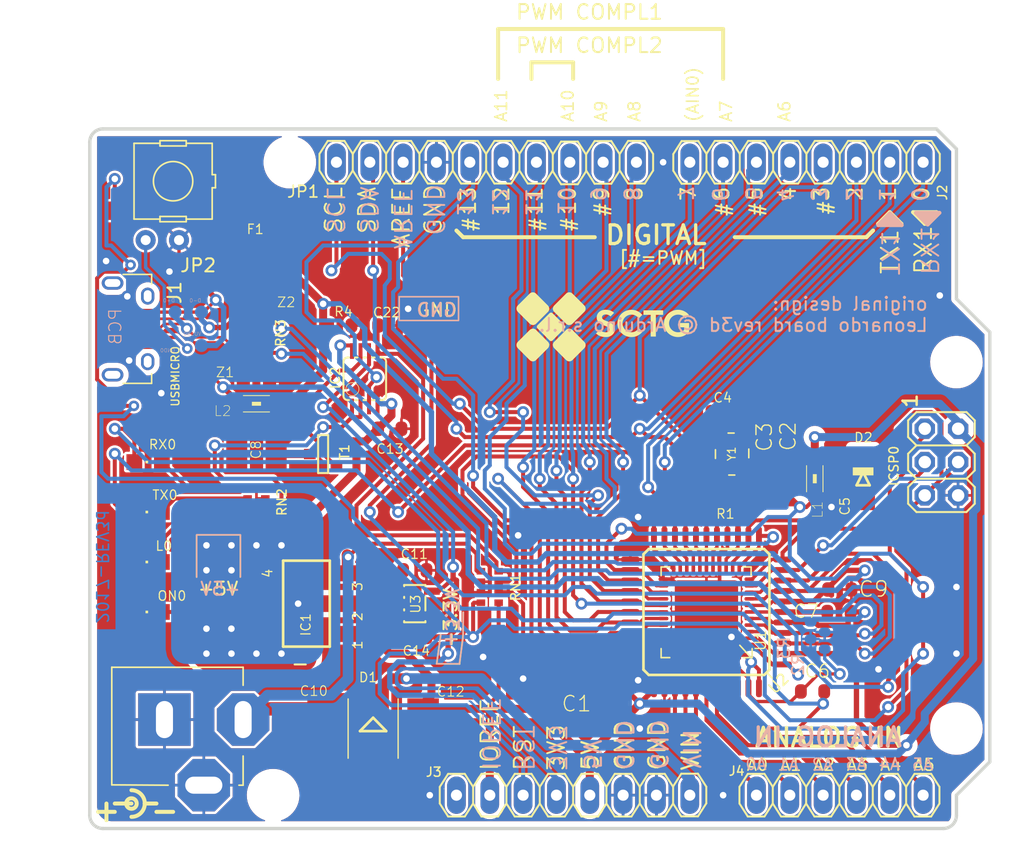
<source format=kicad_pcb>
(kicad_pcb (version 20211014) (generator pcbnew)
  (title_block (title "Leonardo board adapted") (date "2023-01-06") (rev "3d") (company "SCTG") (comment 1 "https://content.arduino.cc/assets/Leonardo-reference.zip") (comment 2 "adapted from"))
  (layers (0 "F.Cu" signal) (31 "B.Cu" signal) (34 "B.Paste" user) (35 "F.Paste" user) (36 "B.SilkS" user "B.Silkscreen") (37 "F.SilkS" user "F.Silkscreen") (38 "B.Mask" user) (39 "F.Mask" user) (44 "Edge.Cuts" user))
  (property "AUTHOR" "©Arduino s.r.l / Ronan LE MEILLAT")
  (net 0 "")
  (net 1 "+5V")
  (net 2 "COM")
  (net 3 "/XTAL2")
  (net 4 "/XTAL1")
  (net 5 "/AGND")
  (net 6 "/AREF")
  (net 7 "/UCAP")
  (net 8 "GND1")
  (net 9 "/VIN")
  (net 10 "/+3V3")
  (net 11 "/CMP")
  (net 12 "/D+")
  (net 13 "/D-")
  (net 14 "/RESET")
  (net 15 "/XUSB")
  (net 16 "/LL")
  (net 17 "/IO13*")
  (net 18 "/GATE_CMD")
  (net 19 "/MISO")
  (net 20 "/SCK")
  (net 21 "/MOSI")
  (net 22 "/USBID")
  (net 23 "/D0{slash}RX")
  (net 24 "/D1{slash}TX")
  (net 25 "/D2{slash}SDA")
  (net 26 "/D3{slash}SCL")
  (net 27 "/D4")
  (net 28 "/D5*")
  (net 29 "/D6*")
  (net 30 "/D7")
  (net 32 "/A0")
  (net 33 "/A1")
  (net 34 "/A2")
  (net 35 "VUSB")
  (net 36 "/A3")
  (net 37 "/A4")
  (net 38 "/A5")
  (net 39 "/IO8")
  (net 40 "/IO9*")
  (net 41 "/IO10*")
  (net 42 "/IO11*")
  (net 43 "/IO12")
  (net 44 "Net-(L0-PadA)")
  (net 45 "5-GND")
  (net 46 "Net-(ON0-PadA)")
  (net 47 "Net-(RN2-Pad5)")
  (net 48 "Net-(RN2-Pad6)")
  (net 49 "/RD+")
  (net 52 "/RD-")
  (net 55 "/RXLED")
  (net 56 "/TXLED")
  (footprint "" (layer "F.Cu") (at 180.2511 96.1136)
    (fp_text reference "@HOLE0" hide)
    (fp_text value "")
  )
  (footprint "Leonardo_Rev3d:SOT223" (layer "F.Cu") (at 130.7211 114.5286 90)
    (fp_text reference "IC1")
    (fp_text value "NCP1117ST50T3G")
  )
  (footprint "Leonardo_Rev3d:Logo" (layer "F.Cu") (at 146.304 90.424)
    (fp_text reference "REF**" hide)
    (fp_text value "Logo")
  )
  (footprint "Leonardo_Rev3d:FD-1-1.5" (layer "F.Cu") (at 173.9011 96.7486)
    (fp_text reference "FID2" hide)
    (fp_text value "DNP" hide)
  )
  (footprint "Leonardo_Rev3d:C0603-ROUND" (layer "F.Cu") (at 162.4711 99.9236)
    (fp_text reference "C4")
    (fp_text value "22p")
  )
  (footprint "Leonardo_Rev3d:C0603-ROUND-SIZED" (layer "F.Cu") (at 171.36 113.4503 180)
    (fp_text reference "C9")
    (fp_text value "100n")
  )
  (footprint "Leonardo_Rev3d:SOT23-DBV" (layer "F.Cu") (at 138.9761 114.5286 -90)
    (fp_text reference "U3")
    (fp_text value "LP2985-33DBVR")
  )
  (footprint "Leonardo_Rev3d:MINIMELF" (layer "F.Cu") (at 173.1391 105.0036 -90)
    (fp_text reference "D2")
    (fp_text value "1N4148W-TP")
  )
  (footprint "Leonardo_Rev3d:FD-1-1.5" (layer "F.Cu") (at 117.57 126.92)
    (fp_text reference "FID3" hide)
    (fp_text value "DNP" hide)
  )
  (footprint "Leonardo_Rev3d:HEADER_2_2.54" (layer "F.Cu") (at 118.47 86.81)
    (fp_text reference "JP2")
    (fp_text value "OTG")
  )
  (footprint "Leonardo_Rev3d:CT_CN0603" (layer "F.Cu") (at 126.9111 91.0336)
    (fp_text reference "Z2")
    (fp_text value "CG0603MLC-05E")
  )
  (footprint "Leonardo_Rev3d:SOT-23" (layer "F.Cu") (at 131.9911 103.0986 -90)
    (fp_text reference "T1")
    (fp_text value "FDN340P")
  )
  (footprint "Leonardo_Rev3d:CHIPLED_0805" (layer "F.Cu") (at 118.6561 115.1636 90)
    (fp_text reference "ON0")
    (fp_text value "Green")
  )
  (footprint "Leonardo_Rev3d:TQFP44-PAD" (layer "F.Cu") (at 161.2011 115.1636 180)
    (fp_text reference "U2")
    (fp_text value "ATMEGA32U4-XUAU")
  )
  (footprint "Leonardo_Rev3d:1X06" (layer "F.Cu") (at 171.3611 129.1336)
    (fp_text reference "J4")
    (fp_text value "6x1F-H8.5")
  )
  (footprint "Leonardo_Rev3d:1X08" (layer "F.Cu") (at 151.0411 129.1336)
    (fp_text reference "J3")
    (fp_text value "8x1F-H8.5")
  )
  (footprint "Leonardo_Rev3d:CHIPLED_0805" (layer "F.Cu") (at 118.6561 103.7336 90)
    (fp_text reference "RX0")
    (fp_text value "Yellow")
  )
  (footprint "Leonardo_Rev3d:SMB" (layer "F.Cu") (at 135.8011 124.0536 -90)
    (fp_text reference "D1")
    (fp_text value "M7")
  )
  (footprint "Leonardo_Rev3d:0805" (layer "F.Cu") (at 169.4561 105.0036 -90)
    (fp_text reference "L1")
    (fp_text value "MH2029-300Y")
  )
  (footprint "Leonardo_Rev3d:CT_CN0603" (layer "F.Cu") (at 126.9111 97.3836)
    (fp_text reference "Z1")
    (fp_text value "CG0603MLC-05E")
  )
  (footprint "Leonardo_Rev3d:CAY16" (layer "F.Cu") (at 126.9111 94.2086 90)
    (fp_text reference "RN3")
    (fp_text value "22R")
  )
  (footprint "Leonardo_Rev3d:1X08" (layer "F.Cu") (at 168.8211 80.8736 180)
    (fp_text reference "J2")
    (fp_text value "8x1F-H8.5")
  )
  (footprint "Leonardo_Rev3d:C0603-ROUND" (layer "F.Cu") (at 153.4461 121.2486 180)
    (fp_text reference "C1")
    (fp_text value "100n")
  )
  (footprint "Leonardo_Rev3d:L1812" (layer "F.Cu") (at 126.9111 87.8586 180)
    (fp_text reference "F1")
    (fp_text value "MF-MSMF050-2 500mA")
  )
  (footprint "Leonardo_Rev3d:TP-1.00MM" (layer "F.Cu") (at 120.7111 92.3036)
    (fp_text reference "D+0")
    (fp_text value "DNP" hide)
  )
  (footprint "" (layer "F.Cu") (at 128.1811 129.1336)
    (fp_text reference "@HOLE3" hide)
    (fp_text value "")
  )
  (footprint "Leonardo_Rev3d:CHIPLED_0805" (layer "F.Cu") (at 118.6561 111.3536 90)
    (fp_text reference "L0")
    (fp_text value "Yellow")
  )
  (footprint "Leonardo_Rev3d:R0603-ROUND" (layer "F.Cu") (at 162.4711 106.2736)
    (fp_text reference "R1")
    (fp_text value "1M")
  )
  (footprint "Leonardo_Rev3d:10118194-0001LF" (layer "F.Cu") (at 116.029001 93.58 -90)
    (fp_text reference "J1")
    (fp_text value "USBMICRO")
  )
  (footprint "Leonardo_Rev3d:SMC_B" (layer "F.Cu") (at 131.9911 124.0536 -90)
    (fp_text reference "C10")
    (fp_text value "10u")
  )
  (footprint "Leonardo_Rev3d:SMC_B" (layer "F.Cu") (at 126.9111 103.0986 180)
    (fp_text reference "C8")
    (fp_text value "10u")
  )
  (footprint "Leonardo_Rev3d:1X10-SK" (layer "F.Cu") (at 144.4371 80.8736 180)
    (fp_text reference "JP1")
    (fp_text value "10x1F-H8.5")
  )
  (footprint "Leonardo_Rev3d:FD-1-1.5" (layer "F.Cu") (at 120.5611 82.2706)
    (fp_text reference "FID1" hide)
    (fp_text value "DNP" hide)
  )
  (footprint "Leonardo_Rev3d:C0603-ROUND-SIZED" (layer "F.Cu") (at 171.3 115.17)
    (fp_text reference "C7")
    (fp_text value "1uF")
  )
  (footprint "Leonardo_Rev3d:MSOP08" (layer "F.Cu") (at 135.1661 97.3836)
    (fp_text reference "IC2")
    (fp_text value "LMV358IDGKR")
  )
  (footprint "Leonardo_Rev3d:CAY16" (layer "F.Cu") (at 126.9111 106.9086 90)
    (fp_text reference "RN2")
    (fp_text value "1K")
  )
  (footprint "Leonardo_Rev3d:CAY16" (layer "F.Cu") (at 144.6911 113.2586 -90)
    (fp_text reference "RN1")
    (fp_text value "10K")
  )
  (footprint "Leonardo_Rev3d:C0603-ROUND" (layer "F.Cu") (at 138.9761 117.0686)
    (fp_text reference "C14")
    (fp_text value "1uF")
  )
  (footprint "Leonardo_Rev3d:TP-1.00MM" (layer "F.Cu") (at 120.72 96.11)
    (fp_text reference "GND0")
    (fp_text value "DNP" hide)
  )
  (footprint "" (layer "F.Cu") (at 129.4511 80.8736)
    (fp_text reference "@HOLE2" hide)
    (fp_text value "")
  )
  (footprint "Leonardo_Rev3d:2X03" (layer "F.Cu") (at 179.1081 103.7336 -90)
    (fp_text reference "ICSP0")
    (fp_text value "ICSP")
  )
  (footprint "Leonardo_Rev3d:CRYSTAL-3.2-2.5" (layer "F.Cu") (at 163.1061 103.0986 -90)
    (fp_text reference "Y1")
    (fp_text value "16MHz KX-7")
  )
  (footprint "Leonardo_Rev3d:TP-1.00MM" (layer "F.Cu") (at 122.7201 92.3036)
    (fp_text reference "D-0")
    (fp_text value "DNP" hide)
  )
  (footprint "Leonardo_Rev3d:0805" (layer "F.Cu") (at 126.9111 99.2886)
    (fp_text reference "L2")
    (fp_text value "MH2029-300Y")
  )
  (footprint "Leonardo_Rev3d:SMC_B" (layer "F.Cu") (at 139.6111 124.0536 -90)
    (fp_text reference "C12")
    (fp_text value "10u")
  )
  (footprint "Leonardo_Rev3d:C0603-ROUND-SIZED" (layer "F.Cu") (at 165.6461 105.0036 90)
    (fp_text reference "C3")
    (fp_text value "22p")
  )
  (footprint "Leonardo_Rev3d:C0603-ROUND-SIZED" (layer "F.Cu") (at 169.2861 121.2236)
    (fp_text reference "C6")
    (fp_text value "100n")
  )
  (footprint "Leonardo_Rev3d:C0603-ROUND" (layer "F.Cu") (at 137.0711 101.1936)
    (fp_text reference "C13")
    (fp_text value "100n")
  )
  (footprint "Leonardo_Rev3d:C0603-ROUND-SIZED" (layer "F.Cu") (at 167.5511 105.0036 90)
    (fp_text reference "C2")
    (fp_text value "100n")
  )
  (footprint "Leonardo_Rev3d:C0603-ROUND" (layer "F.Cu") (at 171.3611 105.0036 -90)
    (fp_text reference "C5")
    (fp_text value "1uF")
  )
  (footprint "Leonardo_Rev3d:QFN44ML7X7-SK" (layer "F.Cu") (at 161.2011 115.1636 180)
    (fp_text reference "U1")
    (fp_text value "ATMEGA32U4-XUMU")
  )
  (footprint "Leonardo_Rev3d:TS07" (layer "F.Cu") (at 120.56 82.32 180)
    (fp_text reference "RESET0" hide)
    (fp_text value ">VALUE" hide)
  )
  (footprint "Leonardo_Rev3d:POWERSUPPLY_DC-21MM_OVAL" (layer "F.Cu") (at 119.5451 123.2916 90)
    (fp_text reference "EXTPOWER0" hide)
    (fp_text value "POWERSUPPLY_DC21MMX")
  )
  (footprint "" (layer "F.Cu") (at 180.2511 124.0536)
    (fp_text reference "@HOLE1" hide)
    (fp_text value "")
  )
  (footprint "Leonardo_Rev3d:CHIPLED_0805" (layer "F.Cu") (at 118.6561 107.5436 90)
    (fp_text reference "TX0")
    (fp_text value "Yellow")
  )
  (footprint "Leonardo_Rev3d:TP-1.00MM" (layer "F.Cu") (at 122.7201 94.8436)
    (fp_text reference "VUSB0")
    (fp_text value "DNP" hide)
  )
  (footprint "Leonardo_Rev3d:R0603-ROUND" (layer "F.Cu") (at 133.2611 93.3196 180)
    (fp_text reference "R4")
    (fp_text value "10K")
  )
  (footprint "Leonardo_Rev3d:C0603-ROUND" (layer "F.Cu") (at 138.9761 111.9886 180)
    (fp_text reference "C11")
    (fp_text value "1uF")
  )
  (footprint "Leonardo_Rev3d:C0603-ROUND" (layer "F.Cu") (at 137.0711 93.3196 180)
    (fp_text reference "C22")
    (fp_text value "100n")
  )
  (footprint "Leonardo_Rev3d:R0402" (layer "B.Cu") (at 169.14 116.58 90)
    (fp_text reference "R3")
    (fp_text value "NM")
  )
  (footprint "Leonardo_Rev3d:R0402" (layer "B.Cu") (at 170.21 117.348 90)
    (fp_text reference "R2")
    (fp_text value "NM")
  )
  (gr_line (start 178.44 84.984) (end 178.059 85.365) (layer "B.SilkS") (width 0.3048))
  (gr_line (start 175.188 84.778) (end 174.299 85.667) (layer "B.SilkS") (width 0.3048))
  (gr_line (start 178.059 85.619) (end 178.948 84.73) (layer "B.SilkS") (width 0.3048))
  (gr_rect (start 137.79 91.13) (end 142.31 92.94) (layer "B.SilkS") (width 0.12) (fill none))
  (gr_line (start 177.17 84.73) (end 178.059 85.619) (layer "B.SilkS") (width 0.3048))
  (gr_line (start 175.188 85.032) (end 175.696 85.54) (layer "B.SilkS") (width 0.3048))
  (gr_line (start 175.442 85.54) (end 174.68 85.54) (layer "B.SilkS") (width 0.3048))
  (gr_line (start 142.65 117.21) (end 142.37 119.11) (layer "B.SilkS") (width 0.12))
  (gr_line (start 174.68 85.54) (end 175.188 85.032) (layer "B.SilkS") (width 0.3048))
  (gr_line (start 142.68 115.18) (end 142.65 117.21) (layer "B.SilkS") (width 0.12))
  (gr_line (start 122.36 112.49) (end 122.36 109.28) (layer "B.SilkS") (width 0.12))
  (gr_line (start 175.061 85.286) (end 175.442 85.54) (layer "B.SilkS") (width 0.3048))
  (gr_line (start 178.059 85.365) (end 177.551 84.857) (layer "B.SilkS") (width 0.3048))
  (gr_line (start 174.299 85.667) (end 176.077 85.667) (layer "B.SilkS") (width 0.3048))
  (gr_line (start 122.36 109.28) (end 125.68 109.28) (layer "B.SilkS") (width 0.12))
  (gr_line (start 142.37 119.11) (end 140.65 119.11) (layer "B.SilkS") (width 0.12))
  (gr_line (start 177.932 84.984) (end 178.44 84.984) (layer "B.SilkS") (width 0.3048))
  (gr_line (start 178.059 85.238) (end 178.059 85.111) (layer "B.SilkS") (width 0.3048))
  (gr_line (start 177.551 84.857) (end 178.567 84.857) (layer "B.SilkS") (width 0.3048))
  (gr_line (start 178.948 84.73) (end 177.17 84.73) (layer "B.SilkS") (width 0.3048))
  (gr_line (start 140.65 119.11) (end 140.95 116.88) (layer "B.SilkS") (width 0.12))
  (gr_line (start 125.69 112.495) (end 125.69 109.285) (layer "B.SilkS") (width 0.12))
  (gr_line (start 176.077 85.667) (end 175.188 84.778) (layer "B.SilkS") (width 0.3048))
  (gr_line (start 115.4811 129.7686) (end 115.4811 131.0386) (layer "F.SilkS") (width 0.3048))
  (gr_line (start 147.8661 73.2536) (end 151.0411 73.2536) (layer "F.SilkS") (width 0.3048))
  (gr_line (start 177.4571 84.9376) (end 177.9651 84.9376) (layer "F.SilkS") (width 0.3048))
  (gr_line (start 178.3461 84.8106) (end 177.8381 85.3186) (layer "F.SilkS") (width 0.3048))
  (gr_line (start 145.3261 74.5236) (end 145.3261 70.7136) (layer "F.SilkS") (width 0.3048))
  (gr_line (start 140.64 119.12) (end 142.39 119.13) (layer "F.SilkS") (width 0.12))
  (gr_line (start 151.0411 73.2536) (end 151.0411 74.5236) (layer "F.SilkS") (width 0.3048))
  (gr_line (start 152.6921 86.5886) (end 142.6591 86.5886) (layer "F.SilkS") (width 0.3048))
  (gr_line (start 122.36 109.29) (end 125.68 109.29) (layer "F.SilkS") (width 0.12))
  (gr_line (start 114.8461 130.4036) (end 116.1161 130.4036) (layer "F.SilkS") (width 0.3048))
  (gr_line (start 140.96 116.89) (end 140.64 119.12) (layer "F.SilkS") (width 0.12))
  (gr_line (start 142.6591 86.5886) (end 142.1511 86.0806) (layer "F.SilkS") (width 0.3048))
  (gr_line (start 174.9171 85.4456) (end 175.2981 85.1916) (layer "F.SilkS") (width 0.3048))
  (gr_line (start 177.8381 85.0646) (end 177.8381 85.1916) (layer "F.SilkS") (width 0.3048))
  (gr_line (start 119.2911 130.4036) (end 120.5611 130.4036) (layer "F.SilkS") (width 0.3048))
  (gr_line (start 176.0601 85.5726) (end 175.1711 84.6836) (layer "F.SilkS") (width 0.3048))
  (gr_line (start 175.1711 84.6836) (end 174.2821 85.5726) (layer "F.SilkS") (width 0.3048))
  (gr_line (start 175.6791 85.4456) (end 174.9171 85.4456) (layer "F.SilkS") (width 0.3048))
  (gr_line (start 141.1985 128.6506) (end 141.1986 128.6505) (layer "F.SilkS") (width 0.0508))
  (gr_line (start 174.2821 85.5726) (end 176.0601 85.5726) (layer "F.SilkS") (width 0.3048))
  (gr_line (start 177.3301 84.8106) (end 178.3461 84.8106) (layer "F.SilkS") (width 0.3048))
  (gr_line (start 118.4021 129.7686) (end 119.2911 129.7686) (layer "F.SilkS") (width 0.3048))
  (gr_line (start 176.9491 84.6836) (end 177.8381 85.5726) (layer "F.SilkS") (width 0.3048))
  (gr_line (start 147.8661 74.5236) (end 147.8661 73.2536) (layer "F.SilkS") (width 0.3048))
  (gr_line (start 177.8381 85.5726) (end 178.7271 84.6836) (layer "F.SilkS") (width 0.3048))
  (gr_line (start 177.8381 85.3186) (end 177.4571 84.9376) (layer "F.SilkS") (width 0.3048))
  (gr_arc (start 118.4021 129.7686) (mid 118.10452 130.48702) (end 117.3861 130.7846) (layer "F.SilkS") (width 0.3048))
  (gr_line (start 162.4711 70.7136) (end 162.4711 74.5236) (layer "F.SilkS") (width 0.3048))
  (gr_line (start 116.1161 129.7686) (end 117.3861 129.7686) (layer "F.SilkS") (width 0.3048))
  (gr_line (start 173.3931 86.5886) (end 163.3601 86.5886) (layer "F.SilkS") (width 0.3048))
  (gr_arc (start 117.3861 128.7526) (mid 118.10452 129.05018) (end 118.4021 129.7686) (layer "F.SilkS") (width 0.3048))
  (gr_circle (center 117.3861 129.7686) (end 117.7877 129.7686) (layer "F.SilkS") (width 0.3048) (fill none))
  (gr_line (start 122.35 109.295) (end 122.35 112.505) (layer "F.SilkS") (width 0.12))
  (gr_line (start 174.6631 85.4456) (end 175.1711 84.9376) (layer "F.SilkS") (width 0.3048))
  (gr_line (start 142.39 119.13) (end 142.66 116.89) (layer "F.SilkS") (width 0.12))
  (gr_line (start 145.3261 70.7136) (end 162.4711 70.7136) (layer "F.SilkS") (width 0.3048))
  (gr_line (start 142.66 116.89) (end 142.66 115.21) (layer "F.SilkS") (width 0.12))
  (gr_line (start 173.9011 86.0806) (end 173.3931 86.5886) (layer "F.SilkS") (width 0.3048))
  (gr_line (start 125.68 109.29) (end 125.68 112.5) (layer "F.SilkS") (width 0.12))
  (gr_line (start 178.7271 84.6836) (end 176.9491 84.6836) (layer "F.SilkS") (width 0.3048))
  (gr_line (start 175.1711 84.9376) (end 175.6791 85.4456) (layer "F.SilkS") (width 0.3048))
  (gr_line (start 180.2511 129.1336) (end 180.2511 130.6736) (layer "Edge.Cuts") (width 0.254))
  (gr_line (start 180.2511 91.2876) (end 182.7911 93.8276) (layer "Edge.Cuts") (width 0.254))
  (gr_line (start 114.2111 130.6736) (end 114.2111 79.3336) (layer "Edge.Cuts") (width 0.254))
  (gr_line (start 178.7271 78.3336) (end 180.2511 79.8576) (layer "Edge.Cuts") (width 0.254))
  (gr_line (start 182.7911 93.8276) (end 182.7911 126.5936) (layer "Edge.Cuts") (width 0.254))
  (gr_arc (start 115.2111 131.6736) (mid 114.503993 131.380707) (end 114.2111 130.6736) (layer "Edge.Cuts") (width 0.254))
  (gr_line (start 180.2511 79.8576) (end 180.2511 91.2876) (layer "Edge.Cuts") (width 0.254))
  (gr_line (start 115.2111 78.3336) (end 178.7271 78.3336) (layer "Edge.Cuts") (width 0.254))
  (gr_line (start 179.2511 131.6736) (end 115.2111 131.6736) (layer "Edge.Cuts") (width 0.254))
  (gr_arc (start 114.2111 79.3336) (mid 114.503993 78.626493) (end 115.2111 78.3336) (layer "Edge.Cuts") (width 0.254))
  (gr_arc (start 180.2511 130.6736) (mid 179.958207 131.380707) (end 179.2511 131.6736) (layer "Edge.Cuts") (width 0.254))
  (gr_line (start 182.7911 126.5936) (end 180.2511 129.1336) (layer "Edge.Cuts") (width 0.254))
  (gr_text "2017-REV3d" (at 115.6701 107.3114 -90) (layer "B.Cu") (effects (font (size 0.89408 0.89408) (thickness 0.12192)) (justify right top mirror)))
  (gr_text "TX1" (at 174.4304 89.5918 -90) (layer "B.SilkS") (effects (font (size 1.28016 1.28016) (thickness 0.14224)) (justify left bottom mirror)))
  (gr_text "GND" (at 139.78 86.54 -90) (layer "B.SilkS") (effects (font (size 1.28016 1.28016) (thickness 0.14224)) (justify left bottom mirror)))
  (gr_text "RST" (at 146.6 127.37 -90) (layer "B.SilkS") (effects (font (size 1.28016 1.28016) (thickness 0.14224)) (justify left bottom mirror)))
  (gr_text "+3.3V " (at 141.79 115.24 -90) (layer "B.SilkS") (effects (font (size 1 1)) (justify mirror)))
  (gr_text "2" (at 173.05 82.67 -90) (layer "B.SilkS") (effects (font (size 1.1176 1.1176) (thickness 0.1524)) (justify right top mirror)))
  (gr_text "4" (at 167.79 82.76 -90) (layer "B.SilkS") (effects (font (size 1.1176 1.1176) (thickness 0.1524)) (justify right top mirror)))
  (gr_text "A1" (at 168.32 127.32) (layer "B.SilkS") (effects (font (size 0.89408 0.89408) (thickness 0.12192)) (justify left bottom mirror)))
  (gr_text "0" (at 178.03 82.71 -90) (layer "B.SilkS") (effects (font (size 1.1176 1.1176) (thickness 0.1524)) (justify right top mirror)))
  (gr_text "10" (at 151.09 82.67 -90) (layer "B.SilkS") (effects (font (size 1.1176 1.1176) (thickness 0.1524)) (justify right top mirror)))
  (gr_text "3V3" (at 149.08 127.37 -90) (layer "B.SilkS") (effects (font (size 1.28016 1.28016) (thickness 0.14224)) (justify left bottom mirror)))
  (gr_text "SCL" (at 132.17 86.44 -90) (layer "B.SilkS") (effects (font (size 1.28016 1.28016) (thickness 0.14224)) (justify left bottom mirror)))
  (gr_text "12" (at 146.1 82.76 -90) (layer "B.SilkS") (effects (font (size 1.1176 1.1176) (thickness 0.1524)) (justify right top mirror)))
  (gr_text "SDA" (at 134.72 86.4 -90) (layer "B.SilkS") (effects (font (size 1.28016 1.28016) (thickness 0.14224)) (justify left bottom mirror)))
  (gr_text "RX1" (at 177.424 89.556 -90) (layer "B.SilkS") (effects (font (size 1.28016 1.28016) (thickness 0.14224)) (justify left bottom mirror)))
  (gr_text "13" (at 143.43 82.76 -90) (layer "B.SilkS") (effects (font (size 1.1176 1.1176) (thickness 0.1524)) (justify right top mirror)))
  (gr_text "5V" (at 151.74 127.28 -90) (layer "B.SilkS") (effects (font (size 1.251712 1.251712) (thickness 0.170688)) (justify left bottom mirror)))
  (gr_text "A5" (at 178.56 127.32) (layer "B.SilkS") (effects (font (size 0.89408 0.89408) (thickness 0.12192)) (justify left bottom mirror)))
  (gr_text "GND" (at 140.63 92.14) (layer "B.SilkS") (effects (font (size 1 1)) (justify mirror)))
  (gr_text "+5V" (at 124.16 113.4) (layer "B.SilkS") (effects (font (size 1 1)) (justify mirror)))
  (gr_text "1" (at 175.58 82.71 -90) (layer "B.SilkS") (effects (font (size 1.1176 1.1176) (thickness 0.1524)) (justify right top mirror)))
  (gr_text "A3" (at 173.5 127.28) (layer "B.SilkS") (effects (font (size 0.89408 0.89408) (thickness 0.12192)) (justify left bottom mirror)))
  (gr_text "GND" (at 154.22 127.32 -90) (layer "B.SilkS") (effects (font (size 1.251712 1.251712) (thickness 0.170688)) (justify left bottom mirror)))
  (gr_text "VIN" (at 159.32 127.2 -90) (layer "B.SilkS") (effects (font (size 1.251712 1.251712) (thickness 0.170688)) (justify left bottom mirror)))
  (gr_text "GND" (at 156.83 127.28 -90) (layer "B.SilkS") (effects (font (size 1.251712 1.251712) (thickness 0.170688)) (justify left bottom mirror)))
  (gr_text "AREF" (at 137.29 87.6 -90) (layer "B.SilkS") (effects (font (size 1.28016 1.28016) (thickness 0.14224)) (justify left bottom mirror)))
  (gr_text "5" (at 165.39 82.62 -90) (layer "B.SilkS") (effects (font (size 1.1176 1.1176) (thickness 0.1524)) (justify right top mirror)))
  (gr_text "11" (at 148.64 82.76 -90) (layer "B.SilkS") (effects (font (size 1.1176 1.1176) (thickness 0.1524)) (justify right top mirror)))
  (gr_text "A4" (at 176.03 127.28) (layer "B.SilkS") (effects (font (size 0.89408 0.89408) (thickness 0.12192)) (justify left bottom mirror)))
  (gr_text "A2" (at 170.93 127.32) (layer "B.SilkS") (effects (font (size 0.89408 0.89408) (thickness 0.12192)) (justify left bottom mirror)))
  (gr_text "A0" (at 165.87 127.28) (layer "B.SilkS") (effects (font (size 0.89408 0.89408) (thickness 0.12192)) (justify left bottom mirror)))
  (gr_text "IOREF" (at 144.02 127.28 -90) (layer "B.SilkS") (effects (font (size 1.28016 1.28016) (thickness 0.14224)) (justify left bottom mirror)))
  (gr_text "7" (at 160.22 82.62 -90) (layer "B.SilkS") (effects (font (size 1.1176 1.1176) (thickness 0.1524)) (justify right top mirror)))
  (gr_text "9" (at 153.58 82.67 -90) (layer "B.SilkS") (effects (font (size 1.1176 1.1176) (thickness 0.1524)) (justify right top mirror)))
  (gr_text "original design:\nLeonardo board rev3d © Arduino s.r.l." (at 178.15 92.48) (layer "B.SilkS") (effects (font (size 1 1)) (justify left mirror)))
  (gr_text "ANALOG IN" (at 176.24 125.54) (layer "B.SilkS") (effects (font (size 1.42494 1.42494) (thickness 0.25146)) (justify left bottom mirror)))
  (gr_text "6" (at 162.85 82.71 -90) (layer "B.SilkS") (effects (font (size 1.1176 1.1176) (thickness 0.1524)) (justify right top mirror)))
  (gr_text "8" (at 156.11 82.67 -90) (layer "B.SilkS") (effects (font (size 1.1176 1.1176) (thickness 0.1524)) (justify right top mirror)))
  (gr_text "3" (at 170.37 82.67 -90) (layer "B.SilkS") (effects (font (size 1.1176 1.1176) (thickness 0.1524)) (justify right top mirror)))
  (gr_text "A3" (at 171.8197 127.3434) (layer "F.SilkS") (effects (font (size 0.89408 0.89408) (thickness 0.12192)) (justify left bottom)))
  (gr_text "9" (at 152.5651 82.6516 90) (layer "F.SilkS") (effects (font (size 1.1176 1.1176) (thickness 0.1524)) (justify right top)))
  (gr_text "5" (at 164.2491 82.6516 90) (layer "F.SilkS") (effects (font (size 1.1176 1.1176) (thickness 0.1524)) (justify right top)))
  (gr_text "3V3" (at 150.5033 127.3688 90) (layer "F.SilkS") (effects (font (size 1.28016 1.28016) (thickness 0.14224)) (justify left bottom)))
  (gr_text "VIN" (at 160.7063 127.3472 90) (layer "F.SilkS") (effects (font (size 1.251712 1.251712) (thickness 0.170688)) (justify left bottom)))
  (gr_text "RX1" (at 178.4731 89.5096 90) (layer "F.SilkS") (effects (font (size 1.28016 1.28016) (thickness 0.14224)) (justify left bottom)))
  (gr_text "SDA" (at 136.09 86.44 90) (layer "F.SilkS") (effects (font (size 1.28016 1.28016) (thickness 0.14224)) (justify left bottom)))
  (gr_text "+3.3V " (at 141.71 115.24 90) (layer "F.SilkS") (effects (font (size 1 1))))
  (gr_text "#" (at 170.8531 84.9376 90) (layer "F.SilkS") (effects (font (size 0.972312 0.972312) (thickness 0.145288)) (justify left bottom)))
  (gr_text "2" (at 171.8691 82.6516 90) (layer "F.SilkS") (effects (font (size 1.1176 1.1176) (thickness 0.1524)) (justify right top)))
  (gr_text "1" (at 177.36 99.7 90) (layer "F.SilkS") (effects (font (size 1.0795 1.0795) (thickness 0.1905)) (justify left bottom)))
  (gr_text "#" (at 151.2951 86.2076 90) (layer "F.SilkS") (effects (font (size 0.972312 0.972312) (thickness 0.145288)) (justify left bottom)))
  (gr_text "[#=PWM]" (at 154.4701 88.7476) (layer "F.SilkS") (effects (font (size 0.972312 0.972312) (thickness 0.145288)) (justify left bottom)))
  (gr_text "#" (at 163.1061 85.0646 90) (layer "F.SilkS") (effects (font (size 0.972312 0.972312) (thickness 0.145288)) (justify left bottom)))
  (gr_text "GND" (at 140.67 92.14) (layer "F.SilkS") (effects (font (size 1 1))))
  (gr_text "GND" (at 158.1663 127.3472 90) (layer "F.SilkS") (effects (font (size 1.251712 1.251712) (thickness 0.170688)) (justify left bottom)))
  (gr_text "AREF" (at 138.6923 87.4908 90) (layer "F.SilkS") (effects (font (size 1.28016 1.28016) (thickness 0.14224)) (justify left bottom)))
  (gr_text "4" (at 166.7891 82.6516 90) (layer "F.SilkS") (effects (font (size 1.1176 1.1176) (thickness 0.1524)) (justify right top)))
  (gr_text "IOREF" (at 145.4233 127.3688 90) (layer "F.SilkS") (effects (font (size 1.28016 1.28016) (thickness 0.14224)) (justify left bottom)))
  (gr_text "A10" (at 151.1559 77.875 90) (layer "F.SilkS") (effects (font (size 0.89408 0.89408) (thickness 0.12192)) (justify left bottom)))
  (gr_text "13" (at 142.4051 82.6516 90) (layer "F.SilkS") (effects (font (size 1.1176 1.1176) (thickness 0.1524)) (justify right top)))
  (gr_text "1" (at 174.4091 82.6516 90) (layer "F.SilkS") (effects (font (size 1.1176 1.1176) (thickness 0.1524)) (justify right top)))
  (gr_text "6" (at 161.7091 82.6516 90) (layer "F.SilkS") (effects (font (size 1.1176 1.1176) (thickness 0.1524)) (justify right top)))
  (gr_text "A6" (at 167.6659 77.875 90) (layer "F.SilkS") (effects (font (size 0.89408 0.89408) (thickness 0.12192)) (justify left bottom)))
  (gr_text "A0" (at 164.1997 127.3434) (layer "F.SilkS") (effects (font (size 0.89408 0.89408) (thickness 0.12192)) (justify left bottom)))
  (gr_text "SCL" (at 133.55 86.38 90) (layer "F.SilkS") (effects (font (size 1.28016 1.28016) (thickness 0.14224)) (justify left bottom)))
  (gr_text "3" (at 169.3291 82.6516 90) (layer "F.SilkS") (effects (font (size 1.1176 1.1176) (thickness 0.1524)) (justify right top)))
  (gr_text "11" (at 147.4851 82.6516 90) (layer "F.SilkS") (effects (font (size 1.1176 1.1176) (thickness 0.1524)) (justify right top)))
  (gr_text "(AIN0)" (at 160.6809 77.875 90) (layer "F.SilkS") (effects (font (size 0.89408 0.89408) (thickness 0.12192)) (justify left bottom)))
  (gr_text "DIGITAL" (at 153.3635 87.2594) (layer "F.SilkS") (effects (font (size 1.42494 1.42494) (thickness 0.25146)) (justify left bottom)))
  (gr_text "#" (at 165.6461 85.0646 90) (layer "F.SilkS") (effects (font (size 0.972312 0.972312) (thickness 0.145288)) (justify left bottom)))
  (gr_text "A8" (at 156.2359 77.875 90) (layer "F.SilkS") (effects (font (size 0.89408 0.89408) (thickness 0.12192)) (justify left bottom)))
  (gr_text "ANALOG IN" (at 164.7571 125.5776) (layer "F.SilkS") (effects (font (size 1.42494 1.42494) (thickness 0.25146)) (justify left bottom)))
  (gr_text "10" (at 150.0251 82.6516 90) (layer "F.SilkS") (effects (font (size 1.1176 1.1176) (thickness 0.1524)) (justify right top)))
  (gr_text "+5V" (at 123.99 113.39) (layer "F.SilkS") (effects (font (size 1 1))))
  (gr_text "A1" (at 166.7397 127.3434) (layer "F.SilkS") (effects (font (size 0.89408 0.89408) (thickness 0.12192)) (justify left bottom)))
  (gr_text "A9" (at 153.6959 77.875 90) (layer "F.SilkS") (effects (font (size 0.89408 0.89408) (thickness 0.12192)) (justify left bottom)))
  (gr_text "GND" (at 155.6263 127.3472 90) (layer "F.SilkS") (effects (font (size 1.251712 1.251712) (thickness 0.170688)) (justify left bottom)))
  (gr_text "PWM COMPL2" (at 146.5961 72.6186) (layer "F.SilkS") (effects (font (size 1.1176 1.1176) (thickness 0.1524)) (justify left bottom)))
  (gr_text "TX1" (at 175.9287 89.4974 90) (layer "F.SilkS") (effects (font (size 1.28016 1.28016) (thickness 0.14224)) (justify left bottom)))
  (gr_text "RST" (at 147.9633 127.3688 90) (layer "F.SilkS") (effects (font (size 1.28016 1.28016) (thickness 0.14224)) (justify left bottom)))
  (gr_text "A11" (at 146.0759 77.875 90) (layer "F.SilkS") (effects (font (size 0.89408 0.89408) (thickness 0.12192)) (justify left bottom)))
  (gr_text "#" (at 148.8821 86.2076 90) (layer "F.SilkS") (effects (font (size 0.972312 0.972312) (thickness 0.145288)) (justify left bottom)))
  (gr_text "12" (at 144.9451 82.6516 90) (layer "F.SilkS") (effects (font (size 1.1176 1.1176) (thickness 0.1524)) (justify right top)))
  (gr_text "#" (at 153.8351 85.0646 90) (layer "F.SilkS") (effects (font (size 0.972312 0.972312) (thickness 0.145288)) (justify left bottom)))
  (gr_text "5V" (at 153.0863 127.3472 90) (layer "F.SilkS") (effects (font (size 1.251712 1.251712) (thickness 0.170688)) (justify left bottom)))
  (gr_text "A4" (at 174.3597 127.3434) (layer "F.SilkS") (effects (font (size 0.89408 0.89408) (thickness 0.12192)) (justify left bottom)))
  (gr_text "A5" (at 176.8997 127.3434) (layer "F.SilkS") (effects (font (size 0.89408 0.89408) (thickness 0.12192)) (justify left bottom)))
  (gr_text "GND" (at 141.13 86.54 90) (layer "F.SilkS") (effects (font (size 1.28016 1.28016) (thickness 0.14224)) (justify left bottom)))
  (gr_text "A2" (at 169.2797 127.3434) (layer "F.SilkS") (effects (font (size 0.89408 0.89408) (thickness 0.12192)) (justify left bottom)))
  (gr_text "8" (at 155.1051 82.6516 90) (layer "F.SilkS") (effects (font (size 1.1176 1.1176) (thickness 0.1524)) (justify right top)))
  (gr_text "A7" (at 163.2209 77.875 90) (layer "F.SilkS") (effects (font (size 0.89408 0.89408) (thickness 0.12192)) (justify left bottom)))
  (gr_text "-" (at 129.4511 119.7356) (layer "F.SilkS") (effects (font (size 1.1176 1.1176) (thickness 0.1524)) (justify left bottom)))
  (gr_text "7" (at 159.1691 82.6516 90) (layer "F.SilkS") (effects (font (size 1.1176 1.1176) (thickness 0.1524)) (justify right top)))
  (gr_text "PWM COMPL1" (at 146.5961 70.0786) (layer "F.SilkS") (effects (font (size 1.1176 1.1176) (thickness 0.1524)) (justify left bottom)))
  (gr_text "0" (at 176.9491 82.6516 90) (layer "F.SilkS") (effects (font (size 1.1176 1.1176) (thickness 0.1524)) (justify right top)))
  (gr_text "#" (at 143.8021 86.2076 90) (layer "F.SilkS") (effects (font (size 0.972312 0.972312) (thickness 0.145288)) (justify left bottom)))
  (segment (start 153.5811 109.9566) (end 154.7241 108.8136) (width 0.3048) (layer "F.Cu") (net 1))
  (segment (start 134.5311 102.4128) (end 134.2771 102.1588) (width 0.6096) (layer "F.Cu") (net 1))
  (segment (start 136.4361 113.5786) (end 137.6761 113.5786) (width 0.4064) (layer "F.Cu") (net 1))
  (segment (start 138.3411 118.3386) (end 137.0711 118.3386) (width 0.6096) (layer "F.Cu") (net 1))
  (segment (start 137.6761 113.5786) (end 137.6761 112.0036) (width 0.4064) (layer "F.Cu") (net 1))
  (segment (start 134.1901 94.8436) (end 134.1901 95.2716) (width 0.3048) (layer "F.Cu") (net 1))
  (segment (start 134.1399 114.2086) (end 133.8199 114.5286) (width 0.6096) (layer "F.Cu") (net 1))
  (segment (start 165.1569 117.1636) (end 164.4761 117.1636) (width 0.254) (layer "F.Cu") (net 1))
  (segment (start 168.8211 107.1626) (end 169.4561 106.5276) (width 0.3048) (layer "F.Cu") (net 1))
  (segment (start 169.4561 103.9036) (end 170.1831 103.1766) (width 0.4064) (layer "F.Cu") (net 1))
  (segment (start 127.5861 108.1086) (end 127.5161 108.1786) (width 0.3048) (layer "F.Cu") (net 1))
  (segment (start 134.2771 102.1588) (end 133.0071 102.1588) (width 0.6096) (layer "F.Cu") (net 1))
  (segment (start 136.4361 115.5446) (end 137.6761 115.4786) (width 0.4064) (layer "F.Cu") (net 1))
  (segment (start 166.9761 118.3386) (end 167.0011 118.3636) (width 0.3048) (layer "F.Cu") (net 1))
  (segment (start 135.2169 102.1588) (end 136.1821 101.1936) (width 0.6096) (layer "F.Cu") (net 1))
  (segment (start 137.0711 118.3386) (end 136.4361 117.7036) (width 0.6096) (layer "F.Cu") (net 1))
  (segment (start 136.1821 101.1936) (end 137.1981 100.1776) (width 0.6096) (layer "F.Cu") (net 1))
  (segment (start 128.8161 110.0836) (end 127.5861 108.8536) (width 0.3048) (layer "F.Cu") (net 1))
  (segment (start 130.0861 114.5286) (end 133.8199 114.5286) (width 1.27) (layer "F.Cu") (net 1))
  (segment (start 166.9761 118.3386) (end 166.3319 118.3386) (width 0.254) (layer "F.Cu") (net 1))
  (segment (start 168.0591 106.9086) (end 168.3131 107.1626) (width 0.4064) (layer "F.Cu") (net 1))
  (segment (start 127.5161 108.1786) (end 126.9111 108.1786) (width 0.2032) (layer "F.Cu") (net 1))
  (segment (start 176.4411 125.3236) (end 174.5361 125.3236) (width 0.4064) (layer "F.Cu") (net 1))
  (segment (start 144.6911 122.5536) (end 144.6911 122.1486) (width 0.3048) (layer "F.Cu") (net 1))
  (segment (start 163.6011 108.3186) (end 165.0111 106.9086) (width 0.4064) (layer "F.Cu") (net 1))
  (segment (start 126.9111 108.1786) (end 126.9111 106.5086) (width 0.2032) (layer "F.Cu") (net 1))
  (segment (start 155.4011 111.9636) (end 155.4261 111.9886) (width 0.254) (layer "F.Cu") (net 1))
  (segment (start 144.6911 122.5536) (end 144.6911 129.1336) (width 0.6096) (layer "F.Cu") (net 1))
  (segment (start 166.3319 118.3386) (end 165.1569 117.1636) (width 0.254) (layer "F.Cu") (net 1))
  (segment (start 158.7011 118.7812) (end 158.7011 118.4386) (width 0.254) (layer "F.Cu") (net 1))
  (segment (start 155.2211 121.2486) (end 156.1211 122.1486) (width 0.4064) (layer "F.Cu") (net 1))
  (segment (start 136.4361 114.2086) (end 136.4361 113.5786) (width 0.4064) (layer "F.Cu") (net 1))
  (segment (start 126.9111 106.5086) (end 127.5861 106.5086) (width 0.2032) (layer "F.Cu") (net 1))
  (segment (start 163.6011 109.3636) (end 163.6011 110.2236) (width 0.254) (layer "F.Cu") (net 1))
  (segment (start 157.2011 120.2812) (end 158.7011 118.7812) (width 0.254) (layer "F.Cu") (net 1))
  (segment (start 164.6047 118.9736) (end 164.1205 118.4386) (width 0.3048) (layer "F.Cu") (net 1))
  (segment (start 169.4561 103.9036) (end 167.7061 105.6536) (width 0.4064) (layer "F.Cu") (net 1))
  (segment (start 136.4361 114.2086) (end 134.1399 114.2086) (width 0.6096) (layer "F.Cu") (net 1))
  (segment (start 154.1911 111.9636) (end 155.4011 111.9636) (width 0.3048) (layer "F.Cu") (net 1))
  (segment (start 172.6311 123.4186) (end 172.6311 119.6086) (width 0.4064) (layer "F.Cu") (net 1))
  (segment (start 174.5361 125.3236) (end 172.6311 123.4186) (width 0.4064) (layer "F.Cu") (net 1))
  (segment (start 145.3661 121.4736) (end 145.3661 114.4586) (width 0.3048) (layer "F.Cu") (net 1))
  (segment (start 165.2011 119.57) (end 165.2011 120.9636) (width 0.3048) (layer "F.Cu") (net 1))
  (segment (start 140.2461 121.5136) (end 140.2461 120.2436) (width 0.6096) (layer "F.Cu") (net 1))
  (segment (start 155.4261 111.9886) (end 156.2227 111.9886) (width 0.254) (layer "F.Cu") (net 1))
  (segment (start 128.8161 110.0836) (end 134.5311 104.3686) (width 0.6096) (layer "F.Cu") (net 1))
  (segment (start 126.9111 105.7086) (end 127.5861 105.7086) (width 0.2032) (layer "F.Cu") (net 1))
  (segment (start 154.1911 111.9636) (end 153.5811 111.3536) (width 0.3048) (layer "F.Cu") (net 1))
  (segment (start 169.4561 106.1036) (end 169.9061 105.6536) (width 0.3048) (layer "F.Cu") (net 1))
  (segment (start 137.1981 100.1776) (end 137.1981 99.2886) (width 0.6096) (layer "F.Cu") (net 1))
  (segment (start 152.3111 125.9586) (end 156.1211 122.1486) (width 0.6096) (layer "F.Cu") (net 1))
  (segment (start 144.6911 122.1486) (end 145.3661 121.4736) (width 0.3048) (layer "F.Cu") (net 1))
  (segment (start 148.2711 122.5536) (end 152.3111 126.5936) (width 0.6096) (layer "F.Cu") (net 1))
  (segment (start 167.7061 105.6536) (end 167.5511 105.8926) (width 0.4064) (layer "F.Cu") (net 1))
  (segment (start 168.3131 107.1626) (end 168.8211 107.1626) (width 0.3048) (layer "F.Cu") (net 1))
  (segment (start 130.0861 114.5286) (end 127.6221 114.5286) (width 0.2032) (layer "F.Cu") (net 1))
  (segment (start 133.3011 94.8436) (end 134.1901 94.8436) (width 0.3048) (layer "F.Cu") (net 1))
  (segment (start 139.2061 122.5536) (end 139.6111 122.5536) (width 0.4064) (layer "F.Cu") (net 1))
  (segment (start 165.0111 106.9086) (end 168.0591 106.9086) (width 0.4064) (layer "F.Cu") (net 1))
  (segment (start 139.6111 122.5536) (end 144.6911 122.5536) (width 0.6096) (layer "F.Cu") (net 1))
  (segment (start 156.2227 111.9886) (end 157.3911 113.157) (width 0.254) (layer "F.Cu") (net 1))
  (segment (start 169.4561 101.8286) (end 169.4561 103.9036) (width 0.6096) (layer "F.Cu") (net 1))
  (segment (start 157.7803 113.157) (end 157.9261 113.1636) (width 0.254) (layer "F.Cu") (net 1))
  (segment (start 167.5511 105.8926) (end 167.5511 106.4006) (width 0.4064) (layer "F.Cu") (net 1))
  (segment (start 164.6047 118.9736) (end 165.2011 119.57) (width 0.3048) (layer "F.Cu") (net 1))
  (segment (start 126.9111 106.5086) (end 126.9111 105.7086) (width 0.2032) (layer "F.Cu") (net 1))
  (segment (start 136.4361 115.5446) (end 136.4361 114.2086) (width 0.6096) (layer "F.Cu") (net 1))
  (segment (start 170.1831 103.1766) (end 172.9631 103.1766) (width 0.4064) (layer "F.Cu") (net 1))
  (segment (start 134.2771 102.1588) (end 135.2169 102.1588) (width 0.6096) (layer "F.Cu") (net 1))
  (segment (start 144.6911 122.5536) (end 148.2711 122.5536) (width 0.6096) (layer "F.Cu") (net 1))
  (segment (start 157.3911 113.157) (end 157.7803 113.157) (width 0.254) (layer "F.Cu") (net 1))
  (segment (start 169.4561 106.5276) (end 169.4561 106.1036) (width 0.3048) (layer "F.Cu") (net 1))
  (segment (start 137.6761 112.0036) (end 138.0871 111.9886) (width 0.4064) (layer "F.Cu") (net 1))
  (segment (start 157.2011 120.9636) (end 157.2011 120.2812) (width 0.254) (layer "F.Cu") (net 1))
  (segment (start 140.2461 120.2436) (end 138.3411 118.3386) (width 0.6096) (layer "F.Cu") (net 1))
  (segment (start 139.2061 122.5536) (end 140.2461 121.5136) (width 0.6096) (layer "F.Cu") (net 1))
  (segment (start 127.5861 108.8536) (end 127.5861 108.1086) (width 0.3048) (layer "F.Cu") (net 1))
  (segment (start 172.9631 103.1766) (end 173.0121 103.2256) (width 0.4064) (layer "F.Cu") (net 1))
  (segment (start 162.7011 111.1236) (end 162.7011 111.8886) (width 0.254) (layer "F.Cu") (net 1))
  (segment (start 154.3351 121.2486) (end 155.2211 121.2486) (width 0.4064) (layer "F.Cu") (net 1))
  (segment (start 173.0121 103.2256) (end 173.1391 103.3036) (width 0.4064) (layer "F.Cu") (net 1))
  (segment (start 136.4361 117.7036) (end 136.4361 115.5446) (width 0.6096) (layer "F.Cu") (net 1))
  (segment (start 172.6311 119.6086) (end 171.3611 118.3386) (width 0.4064) (layer "F.Cu") (net 1))
  (segment (start 134.5311 104.3686) (end 134.5311 102.4128) (width 0.6096) (layer "F.Cu") (net 1))
  (segment (start 152.3111 126.5936) (end 152.3111 129.1336) (width 0.6096) (layer "F.Cu") (net 1))
  (segment (start 152.3111 126.5936) (end 152.3111 125.9586) (width 0.6096) (layer "F.Cu") (net 1))
  (segment (start 164.1205 118.4386) (end 163.7011 118.4386) (width 0.3048) (layer "F.Cu") (net 1))
  (segment (start 157.2011 121.0686) (end 157.2011 120.9636) (width 0.4064) (layer "F.Cu") (net 1))
  (segment (start 171.3611 118.3386) (end 166.9761 118.3386) (width 0.4064) (layer "F.Cu") (net 1))
  (segment (start 156.1211 122.1486) (end 157.2011 121.0686) (width 0.4064) (layer "F.Cu") (net 1))
  (segment (start 153.5811 111.3536) (end 153.5811 109.9566) (width 0.3048) (layer "F.Cu") (net 1))
  (segment (start 169.9061 105.6536) (end 171.3611 104.1146) (width 0.3048) (layer "F.Cu") (net 1))
  (segment (start 163.6011 109.3636) (end 163.6011 108.3186) (width 0.4064) (layer "F.Cu") (net 1))
  (segment (start 163.6011 110.2236) (end 162.7011 111.1236) (width 0.254) (layer "F.Cu") (net 1))
  (segment (start 177.7111 113.2586) (end 177.7111 118.3386) (width 0.3048) (layer "F.Cu") (net 1))
  (segment (start 167.5511 106.4006) (end 168.3131 107.1626) (width 0.4064) (layer "F.Cu") (net 1))
  (via (at 177.7111 113.2586) (size 0.9) (drill 0.5) (layers "F.Cu" "B.Cu") (net 1))
  (via (at 128.8161 118.3386) (size 0.9) (drill 0.5) (layers "F.Cu" "B.Cu") (net 1))
  (via (at 123.1011 118.3386) (size 0.9) (drill 0.5) (layers "F.Cu" "B.Cu") (net 1))
  (via (at 169.4561 101.8286) (size 0.9) (drill 0.5) (layers "F.Cu" "B.Cu") (net 1))
  (via (at 137.1981 99.2886) (size 0.9) (drill 0.5) (layers "F.Cu" "B.Cu") (net 1))
  (via (at 123.1011 111.9836) (size 0.9) (drill 0.5) (layers "F.Cu" "B.Cu") (net 1))
  (via (at 125.0061 118.3386) (size 0.9) (drill 0.5) (layers "F.Cu" "B.Cu") (net 1))
  (via (at 125.0061 111.9836) (size 0.9) (drill 0.5) (layers "F.Cu" "B.Cu") (net 1))
  (via (at 128.8161 110.0836) (size 0.9) (drill 0.5) (layers "F.Cu" "B.Cu") (net 1))
  (via (at 168.3131 107.1626) (size 0.9) (drill 0.5) (layers "F.Cu" "B.Cu") (net 1))
  (via (at 123.1011 116.4386) (size 0.9) (drill 0.5) (layers "F.Cu" "B.Cu") (net 1))
  (via (at 154.7241 108.8136) (size 0.9) (drill 0.5) (layers "F.Cu" "B.Cu") (net 1))
  (via (at 125.0011 116.4386) (size 0.9) (drill 0.5) (layers "F.Cu" "B.Cu") (net 1))
  (via (at 156.1211 122.1486) (size 0.9) (drill 0.5) (layers "F.Cu" "B.Cu") (net 1))
  (via (at 130.0861 114.5286) (size 0.9) (drill 0.5) (layers "F.Cu" "B.Cu") (net 1))
  (via (at 126.9111 110.0836) (size 0.9) (drill 0.5) (layers "F.Cu" "B.Cu") (net 1))
  (via (at 176.4411 125.3236) (size 0.9) (drill 0.5) (layers "F.Cu" "B.Cu") (net 1))
  (via (at 126.9111 118.3386) (size 0.9) (drill 0.5) (layers "F.Cu" "B.Cu") (net 1))
  (via (at 177.7111 118.3386) (size 0.9) (drill 0.5) (layers "F.Cu" "B.Cu") (net 1))
  (via (at 164.6047 118.9736) (size 0.9) (drill 0.5) (layers "F.Cu" "B.Cu") (net 1))
  (via (at 123.1011 110.0836) (size 0.9) (drill 0.5) (layers "F.Cu" "B.Cu") (net 1))
  (via (at 133.3011 94.8436) (size 0.9) (drill 0.5) (layers "F.Cu" "B.Cu") (net 1))
  (via (at 125.0061 110.0836) (size 0.9) (drill 0.5) (layers "F.Cu" "B.Cu") (net 1))
  (segment (start 128.8161 115.7986) (end 130.0861 114.5286) (width 0.2032) (layer "B.Cu") (net 1))
  (segment (start 126.9111 118.3386) (end 128.8161 118.3386) (width 0.2032) (layer "B.Cu") (net 1))
  (segment (start 155.8671 109.1946) (end 164.6301 109.1946) (width 0.3048) (layer "B.Cu") (net 1))
  (segment (start 181.5211 118.7196) (end 181.5211 107.5436) (width 0.6096) (layer "B.Cu") (net 1))
  (segment (start 156.1211 122.1486) (end 160.5661 122.1486) (width 0.6096) (layer "B.Cu") (net 1))
  (segment (start 177.7111 118.3386) (end 176.1871 119.8626) (width 0.3048) (layer "B.Cu") (net 1))
  (segment (start 181.5211 107.5436) (end 181.7751 107.2896) (width 0.6096) (layer "B.Cu") (net 1))
  (segment (start 126.9111 110.0836) (end 125.0061 110.0836) (width 0.3048) (layer "B.Cu") (net 1))
  (segment (start 181.7751 102.7176) (end 180.3781 101.1936) (width 0.6096) (layer "B.Cu") (net 1))
  (segment (start 176.4411 125.3236) (end 177.8381 123.5456) (width 0.6096) (layer "B.Cu") (net 1))
  (segment (start 133.2611 95.1376) (end 133.3011 94.8436) (width 0.4064) (layer "B.Cu") (net 1))
  (segment (start 137.1981 99.2886) (end 136.4361 99.2886) (width 0.4064) (layer "B.Cu") (net 1))
  (segment (start 173.9011 101.8286) (end 169.4561 101.8286) (width 0.6096) (layer "B.Cu") (net 1))
  (segment (start 178.9811 99.2886) (end 176.4411 99.2886) (width 0.6096) (layer "B.Cu") (net 1))
  (segment (start 164.3761 125.9586) (end 175.8061 125.9586) (width 0.6096) (layer "B.Cu") (net 1))
  (segment (start 125.0011 118.3336) (end 125.0061 118.3386) (width 0.2032) (layer "B.Cu") (net 1))
  (segment (start 123.1011 116.4386) (end 125.0011 116.4386) (width 0.2032) (layer "B.Cu") (net 1))
  (segment (start 170.9801 112.6236) (end 172.8851 110.7186) (width 0.3048) (layer "B.Cu") (net 1))
  (segment (start 128.8161 118.3386) (end 128.8161 115.7986) (width 0.2032) (layer "B.Cu") (net 1))
  (segment (start 125.0011 116.4386) (end 125.0011 118.3336) (width 0.2032) (layer "B.Cu") (net 1))
  (segment (start 167.5511 107.9246) (end 167.5511 110.9726) (width 0.3048) (layer "B.Cu") (net 1))
  (segment (start 175.1711 110.7186) (end 177.7111 113.2586) (width 0.3048) (layer "B.Cu") (net 1))
  (segment (start 160.5661 122.1486) (end 164.3761 125.9586) (width 0.6096) (layer "B.Cu") (net 1))
  (segment (start 123.1011 111.9836) (end 125.0061 111.9836) (width 0.2032) (layer "B.Cu") (net 1))
  (segment (start 155.4861 108.8136) (end 155.8671 109.1946) (width 0.3048) (layer "B.Cu") (net 1))
  (segment (start 165.9001 107.9246) (end 167.5511 107.9246) (width 0.3048) (layer "B.Cu") (net 1))
  (segment (start 125.0061 111.9836) (end 125.0061 116.4336) (width 0.2032) (layer "B.Cu") (net 1))
  (segment (start 166.9161 124.0536) (end 164.3761 121.5136) (width 0.3048) (layer "B.Cu") (net 1))
  (segment (start 123.1011 110.0836) (end 123.1011 111.9836) (width 0.2032) (layer "B.Cu") (net 1))
  (segment (start 133.2611 96.1136) (end 133.2611 95.1376) (width 0.4064) (layer "B.Cu") (net 1))
  (segment (start 175.8061 125.9586) (end 176.4411 125.3236) (width 0.6096) (layer "B.Cu") (net 1))
  (segment (start 181.7751 107.2896) (end 181.7751 102.7176) (width 0.6096) (layer "B.Cu") (net 1))
  (segment (start 172.8851 110.7186) (end 175.1711 110.7186) (width 0.3048) (layer "B.Cu") (net 1))
  (segment (start 164.3761 121.5136) (end 164.3761 119.6086) (width 0.3048) (layer "B.Cu") (net 1))
  (segment (start 176.1871 119.8626) (end 176.1871 122.6566) (width 0.3048) (layer "B.Cu") (net 1))
  (segment (start 177.8381 123.5456) (end 177.8381 122.9106) (width 0.6096) (layer "B.Cu") (net 1))
  (segment (start 180.3781 101.1936) (end 180.2511 100.5586) (width 0.6096) (layer "B.Cu") (net 1))
  (segment (start 136.4361 99.2886) (end 133.2611 96.1136) (width 0.4064) (layer "B.Cu") (net 1))
  (segment (start 177.8381 122.9106) (end 181.5211 118.7196) (width 0.6096) (layer "B.Cu") (net 1))
  (segment (start 123.1011 116.4386) (end 123.1011 118.3386) (width 0.2032) (layer "B.Cu") (net 1))
  (segment (start 154.7241 108.8136) (end 155.4861 108.8136) (width 0.3048) (layer "B.Cu") (net 1))
  (segment (start 176.4411 99.2886) (end 173.9011 101.8286) (width 0.6096) (layer "B.Cu") (net 1))
  (segment (start 174.7901 124.0536) (end 166.9161 124.0536) (width 0.3048) (layer "B.Cu") (net 1))
  (segment (start 128.8161 110.0836) (end 126.9111 110.0836) (width 0.3048) (layer "B.Cu") (net 1))
  (segment (start 164.6301 109.1946) (end 165.9001 107.9246) (width 0.3048) (layer "B.Cu") (net 1))
  (segment (start 169.2021 112.6236) (end 170.9801 112.6236) (width 0.3048) (layer "B.Cu") (net 1))
  (segment (start 164.3761 119.6086) (end 164.6047 118.9736) (width 0.3048) (layer "B.Cu") (net 1))
  (segment (start 125.0061 118.3386) (end 126.9111 118.3386) (width 0.2032) (layer "B.Cu") (net 1))
  (segment (start 125.0061 116.4336) (end 125.0011 116.4386) (width 0.2032) (layer "B.Cu") (net 1))
  (segment (start 125.0061 110.0836) (end 125.0061 111.9836) (width 0.3048) (layer "B.Cu") (net 1))
  (segment (start 167.5511 110.9726) (end 169.2021 112.6236) (width 0.3048) (layer "B.Cu") (net 1))
  (segment (start 176.1871 122.6566) (end 174.7901 124.0536) (width 0.3048) (layer "B.Cu") (net 1))
  (segment (start 180.2511 100.5586) (end 178.9811 99.2886) (width 0.6096) (layer "B.Cu") (net 1))
  (segment (start 168.3131 107.1626) (end 167.5511 107.9246) (width 0.3048) (layer "B.Cu") (net 1))
  (segment (start 121.01 86.81) (end 121.01 88.48) (width 0.25) (layer "F.Cu") (net 2))
  (segment (start 161.2011 115.1636) (end 163.1061 117.0686) (width 0.3048) (layer "F.Cu") (net 2))
  (segment (start 120.7564 97.3836) (end 119.66 98.48) (width 0.6096) (layer "F.Cu") (net 2))
  (segment (start 157.9261 112.6636) (end 156.4261 111.1636) (width 0.254) (layer "F.Cu") (net 2))
  (segment (start 127.9111 97.3836) (end 128.8161 97.3836) (width 0.6096) (layer "F.Cu") (net 2))
  (segment (start 115.452899 88.28985) (end 118.019749 85.723) (width 0.25) (layer "F.Cu") (net 2))
  (segment (start 162.2011 110.887) (end 162.8011 110.287) (width 0.2794) (layer "F.Cu") (net 2))
  (segment (start 162.2011 111.8886) (end 162.2011 110.887) (width 0.2794) (layer "F.Cu") (net 2))
  (segment (start 137.3251 97.5106) (end 137.7061 97.5106) (width 0.3048) (layer "F.Cu") (net 2))
  (segment (start 158.5487 112.6636) (end 157.9261 112.6636) (width 0.2794) (layer "F.Cu") (net 2))
  (segment (start 125.4111 100.9636) (end 125.4111 103.0986) (width 0.6096) (layer "F.Cu") (net 2))
  (segment (start 136.1401 98.6956) (end 137.3251 97.5106) (width 0.3048) (layer "F.Cu") (net 2))
  (segment (start 127.3761 100.5586) (end 128.0111 99.2886) (width 0.6096) (layer "F.Cu") (net 2))
  (segment (start 128.0111 97.4836) (end 127.9111 97.3836) (width 0.4064) (layer "F.Cu") (net 2))
  (segment (start 115.452899 88.405825) (end 115.452899 88.28985) (width 0.25) (layer "F.Cu") (net 2))
  (segment (start 159.2011 117.1636) (end 161.2011 115.1636) (width 0.3048) (layer "F.Cu") (net 2))
  (segment (start 161.2011 115.1636) (end 162.2011 114.1636) (width 0.3048) (layer "F.Cu") (net 2))
  (segment (start 158.0011 120.9636) (end 158.0011 120.2686) (width 0.2794) (layer "F.Cu") (net 2))
  (segment (start 116.36 80.07) (end 124.76 80.07) (width 0.25) (layer "F.Cu") (net 2))
  (segment (start 121.8311 97.3836) (end 125.0061 100.5586) (width 0.6096) (layer "F.Cu") (net 2))
  (segment (start 130.0861 96.1136) (end 130.0861 92.3036) (width 0.6096) (layer "F.Cu") (net 2))
  (segment (start 161.2011 115.1636) (end 158.9659 112.9284) (width 0.3048) (layer "F.Cu") (net 2))
  (segment (start 136.1401 99.4966) (end 136.1401 98.6956) (width 0.3048) (layer "F.Cu") (net 2))
  (segment (start 128.0111 99.2886) (end 128.0111 97.4836) (width 0.4064) (layer "F.Cu") (net 2))
  (segment (start 125.0061 100.5586) (end 125.4111 100.9636) (width 0.6096) (layer "F.Cu") (net 2))
  (segment (start 159.2011 119.0686) (end 159.2011 118.4386) (width 0.2794) (layer "F.Cu") (net 2))
  (segment (start 115.245 88.197926) (end 115.245 81.185) (width 0.25) (layer "F.Cu") (net 2))
  (segment (start 162.2011 114.1636) (end 162.2011 111.8886) (width 0.2794) (layer "F.Cu") (net 2))
  (segment (start 128.8161 97.3836) (end 130.0861 96.1136) (width 0.6096) (layer "F.Cu") (net 2))
  (segment (start 128.8161 91.0336) (end 127.9111 91.0336) (width 0.6096) (layer "F.Cu") (net 2))
  (segment (start 115.452899 88.405825) (end 115.245 88.197926) (width 0.25) (layer "F.Cu") (net 2))
  (segment (start 158.0011 120.2686) (end 159.2011 119.0686) (width 0.2794) (layer "F.Cu") (net 2))
  (segment (start 115.245 81.185) (end 116.36 80.07) (width 0.25) (layer "F.Cu") (net 2))
  (segment (start 159.2011 118.4386) (end 159.2011 117.1636) (width 0.2794) (layer "F.Cu") (net 2))
  (segment (start 125.0061 100.5586) (end 127.3761 100.5586) (width 0.6096) (layer "F.Cu") (net 2))
  (segment (start 121.01 88.48) (end 120.28 89.21) (width 0.25) (layer "F.Cu") (net 2))
  (segment (start 156.4261 111.1636) (end 155.4011 111.1636) (width 0.254) (layer "F.Cu") (net 2))
  (segment (start 119.923 85.723) (end 121.01 86.81) (width 0.25) (layer "F.Cu") (net 2))
  (segment (start 162.8011 110.287) (end 162.8011 109.3636) (width 0.2794) (layer "F.Cu") (net 2))
  (segment (start 158.9659 112.9284) (end 158.8135 112.9284) (width 0.3048) (layer "F.Cu") (net 2))
  (segment (start 158.8135 112.9284) (end 158.5487 112.6636) (width 0.3048) (layer "F.Cu") (net 2))
  (segment (start 121.8311 97.3836) (end 120.7564 97.3836) (width 0.6096) (layer "F.Cu") (net 2))
  (segment (start 118.019749 85.723) (end 119.923 85.723) (width 0.25) (layer "F.Cu") (net 2))
  (segment (start 130.0861 92.3036) (end 128.8161 91.0336) (width 0.6096) (layer "F.Cu") (net 2))
  (via (at 146.8501 109.3216) (size 0.9) (drill 0.5) (layers "F.Cu" "B.Cu") (net 2))
  (via (at 180.2511 118.3386) (size 0.9) (drill 0.5) (layers "F.Cu" "B.Cu") (net 2))
  (via (at 156.1211 124.0536) (size 0.9) (drill 0.5) (layers "F.Cu" "B.Cu") (net 2))
  (via (at 162.4711 129.1336) (size 0.9) (drill 0.5) (layers "F.Cu" "B.Cu") (net 2))
  (via (at 155.9941 120.3706) (size 0.9) (drill 0.5) (layers "F.Cu" "B.Cu") (net 2))
  (via (at 147.2311 120.2436) (size 0.9) (drill 0.5) (layers "F.Cu" "B.Cu") (net 2))
  (via (at 174.3075 119.5324) (size 0.9) (drill 0.5) (layers "F.Cu" "B.Cu") (net 2))
  (via (at 117.21 95.99) (size 0.9) (drill 0.5) (layers "F.Cu" "B.Cu") (net 2))
  (via (at 157.8991 80.8736) (size 0.9) (drill 0.5) (layers "F.Cu" "B.Cu") (net 2))
  (via (at 115.452899 88.405825) (size 0.9) (drill 0.5) (layers "F.Cu" "B.Cu") (net 2))
  (via (at 117.07 91.1) (size 0.9) (drill 0.5) (layers "F.Cu" "B.Cu") (net 2))
  (via (at 178.9811 91.0336) (size 0.9) (drill 0.5) (layers "F.Cu" "B.Cu") (net 2))
  (via (at 140.1191 129.1336) (size 0.9) (drill 0.5) (layers "F.Cu" "B.Cu") (net 2))
  (via (at 155.9941 107.9246) (size 0.9) (drill 0.5) (layers "F.Cu" "B.Cu") (net 2))
  (via (at 180.2511 113.2586) (size 0.9) (drill 0.5) (layers "F.Cu" "B.Cu") (net 2))
  (via (at 120.28 89.21) (size 0.9) (drill 0.5) (layers "F.Cu" "B.Cu") (net 2))
  (via (at 119.66 98.48) (size 0.9) (drill 0.5) (layers "F.Cu" "B.Cu") (net 2))
  (via (at 170.7261 107.1626) (size 0.9) (drill 0.5) (layers "F.Cu" "B.Cu") (net 2))
  (via (at 163.1061 117.0686) (size 0.9) (drill 0.5) (layers "F.Cu" "B.Cu") (net 2))
  (via (at 138.4681 92.0496) (size 0.9) (drill 0.5) (layers "F.Cu" "B.Cu") (net 2))
  (via (at 144.1831 118.5926) (size 0.9) (drill 0.5) (layers "F.Cu" "B.Cu") (net 2))
  (segment (start 155.3917 120.973) (end 155.3917 123.3242) (width 0.254) (layer "B.Cu") (net 2))
  (segment (start 119.66 98.43514) (end 119.66 98.48) (width 0.25) (layer "B.Cu") (net 2))
  (segment (start 117.21 93.8) (end 117.21 95.99) (width 0.25) (layer "B.Cu") (net 2))
  (segment (start 117.21 95.99) (end 117.21486 95.99) (width 0.25) (layer "B.Cu") (net 2))
  (segment (start 117.098099 91.071901) (end 117.07 91.1) (width 0.25) (layer "B.Cu") (net 2))
  (segment (start 155.9941 120.3706) (end 155.3917 120.973) (width 0.254) (layer "B.Cu") (net 2))
  (segment (start 155.3917 123.3242) (end 156.1211 124.0536) (width 0.254) (layer "B.Cu") (net 2))
  (segment (start 117.098099 89.73496) (end 117.098099 91.071901) (width 0.25) (layer "B.Cu") (net 2))
  (segment (start 117.07 91.1) (end 117.07 93.66) (width 0.25) (layer "B.Cu") (net 2))
  (segment (start 117.21 95.99) (end 118.3564 94.8436) (width 0.25) (layer "B.Cu") (net 2))
  (segment (start 117.07 93.66) (end 117.21 93.8) (width 0.25) (layer "B.Cu") (net 2))
  (segment (start 115.768964 88.405825) (end 117.098099 89.73496) (width 0.25) (layer "B.Cu") (net 2))
  (segment (start 118.3564 94.8436) (end 120.7111 94.8436) (width 0.25) (layer "B.Cu") (net 2))
  (segment (start 117.21486 95.99) (end 119.66 98.43514) (width 0.25) (layer "B.Cu") (net 2))
  (segment (start 115.452899 88.405825) (end 115.768964 88.405825) (width 0.25) (layer "B.Cu") (net 2))
  (segment (start 120.7111 94.8436) (end 120.7111 95.9636) (width 0.254) (layer "B.Cu") (net 2))
  (segment (start 161.7011 110.5234) (end 162.0011 110.2234) (width 0.254) (layer "F.Cu") (net 3))
  (segment (start 163.7561 105.8776) (end 163.7561 104.5236) (width 0.3048) (layer "F.Cu") (net 3))
  (segment (start 163.3601 106.2736) (end 163.7561 105.8776) (width 0.3048) (layer "F.Cu") (net 3))
  (segment (start 162.0011 110.2234) (end 162.0011 109.3636) (width 0.254) (layer "F.Cu") (net 3))
  (segment (start 163.7561 104.5236) (end 164.0311 104.2486) (width 0.3048) (layer "F.Cu") (net 3))
  (segment (start 164.0311 104.1146) (end 165.6461 104.1146) (width 0.3048) (layer "F.Cu") (net 3))
  (segment (start 162.0011 107.3936) (end 163.3601 106.2736) (width 0.3048) (layer "F.Cu") (net 3))
  (segment (start 161.7011 111.8886) (end 161.7011 110.5234) (width 0.254) (layer "F.Cu") (net 3))
  (segment (start 164.0311 104.2486) (end 164.0311 104.1146) (width 0.3048) (layer "F.Cu") (net 3))
  (segment (start 162.0011 109.3636) (end 162.0011 107.3936) (width 0.3048) (layer "F.Cu") (net 3))
  (segment (start 161.2011 109.3636) (end 161.2011 106.9236) (width 0.3048) (layer "F.Cu") (net 4))
  (segment (start 161.5821 106.2736) (end 161.8361 106.2736) (width 0.3048) (layer "F.Cu") (net 4))
  (segment (start 161.2011 105.6386) (end 161.2011 102.4636) (width 0.3048) (layer "F.Cu") (net 4))
  (segment (start 161.8361 106.2736) (end 161.2011 105.6386) (width 0.3048) (layer "F.Cu") (net 4))
  (segment (start 162.1811 101.9486) (end 162.1811 100.8336) (width 0.3048) (layer "F.Cu") (net 4))
  (segment (start 161.2011 102.4636) (end 161.7161 101.9486) (width 0.3048) (layer "F.Cu") (net 4))
  (segment (start 161.2011 106.9236) (end 161.5821 106.2736) (width 0.3048) (layer "F.Cu") (net 4))
  (segment (start 162.1811 100.8336) (end 161.5821 99.9236) (width 0.3048) (layer "F.Cu") (net 4))
  (segment (start 161.7161 101.9486) (end 162.1811 101.9486) (width 0.3048) (layer "F.Cu") (net 4))
  (segment (start 161.2011 111.8886) (end 161.2011 109.3636) (width 0.254) (layer "F.Cu") (net 4))
  (segment (start 164.4011 121.481527) (end 164.4011 120.9636) (width 0.3048) (layer "F.Cu") (net 5))
  (segment (start 167.6301 121.9906) (end 168.3971 121.2236) (width 0.254) (layer "F.Cu") (net 5))
  (segment (start 164.4011 120.9636) (end 164.4011 120.2178) (width 0.254) (layer "F.Cu") (net 5))
  (segment (start 164.946094 121.9906) (end 167.6301 121.9906) (width 0.254) (layer "F.Cu") (net 5))
  (segment (start 169.7327 119.888) (end 168.3971 121.2236) (width 0.25) (layer "F.Cu") (net 5))
  (segment (start 163.2011 119.0178) (end 163.2011 118.4386) (width 0.254) (layer "F.Cu") (net 5))
  (segment (start 164.4011 121.445606) (end 164.946094 121.9906) (width 0.254) (layer "F.Cu") (net 5))
  (segment (start 164.4011 120.9636) (end 164.4011 121.445606) (width 0.254) (layer "F.Cu") (net 5))
  (segment (start 171.3611 119.888) (end 169.7327 119.888) (width 0.25) (layer "F.Cu") (net 5))
  (segment (start 164.4011 120.2178) (end 163.2011 119.0178) (width 0.254) (layer "F.Cu") (net 5))
  (via (at 171.3611 119.888) (size 0.9) (drill 0.5) (layers "F.Cu" "B.Cu") (net 5))
  (segment (start 170.21 118.7369) (end 171.3611 119.888) (width 0.25) (layer "B.Cu") (net 5))
  (segment (start 170.21 117.998) (end 170.21 118.7369) (width 0.25) (layer "B.Cu") (net 5))
  (segment (start 170.0911 122.1486) (end 170.0911 121.3076) (width 0.3048) (layer "F.Cu") (net 6))
  (segment (start 163.6011 120.256) (end 162.7011 119.356) (width 0.254) (layer "F.Cu") (net 6))
  (segment (start 140.2461 91.6686) (end 138.0871 89.5096) (width 0.3048) (layer "F.Cu") (net 6))
  (segment (start 165.6461 124.0536) (end 163.6011 122.0086) (width 0.3048) (layer "F.Cu") (net 6))
  (segment (start 135.5471 107.0356) (end 140.2461 102.3366) (width 0.3048) (layer "F.Cu") (net 6))
  (segment (start 165.6461 124.0536) (end 168.1861 124.0536) (width 0.3048) (layer "F.Cu") (net 6))
  (segment (start 163.6011 120.9636) (end 163.6011 120.256) (width 0.254) (layer "F.Cu") (net 6))
  (segment (start 162.7011 119.356) (end 162.7011 118.4386) (width 0.254) (layer "F.Cu") (net 6))
  (segment (start 168.1861 124.0536) (end 170.0911 122.1486) (width 0.3048) (layer "F.Cu") (net 6))
  (segment (start 138.0871 89.5096) (end 138.0871 80.8736) (width 0.3048) (layer "F.Cu") (net 6))
  (segment (start 163.6011 122.0086) (end 163.6011 120.9636) (width 0.3048) (layer "F.Cu") (net 6))
  (segment (start 170.0911 121.3076) (end 170.1751 121.2236) (width 0.3048) (layer "F.Cu") (net 6))
  (segment (start 135.5471 107.5436) (end 135.5471 107.0356) (width 0.3048) (layer "F.Cu") (net 6))
  (segment (start 140.2461 102.3366) (end 140.2461 91.6686) (width 0.3048) (layer "F.Cu") (net 6))
  (via (at 135.5471 107.5436) (size 0.9) (drill 0.5) (layers "F.Cu" "B.Cu") (net 6))
  (via (at 170.0911 122.1486) (size 0.9) (drill 0.5) (layers "F.Cu" "B.Cu") (net 6))
  (segment (start 146.3421 114.9096) (end 147.2311 115.7986) (width 0.3048) (layer "B.Cu") (net 6))
  (segment (start 153.5811 115.7986) (end 154.0891 115.2906) (width 0.3048) (layer "B.Cu") (net 6))
  (segment (start 147.2311 115.7986) (end 153.5811 115.7986) (width 0.3048) (layer "B.Cu") (net 6))
  (segment (start 166.4081 117.7036) (end 166.4081 121.0056) (width 0.3048) (layer "B.Cu") (net 6))
  (segment (start 166.4081 121.0056) (end 167.5511 122.1486) (width 0.3048) (layer "B.Cu") (net 6))
  (segment (start 142.5321 114.9096) (end 146.3421 114.9096) (width 0.3048) (layer "B.Cu") (net 6))
  (segment (start 135.5471 107.5436) (end 135.5471 107.9246) (width 0.3048) (layer "B.Cu") (net 6))
  (segment (start 163.9951 115.2906) (end 166.4081 117.7036) (width 0.3048) (layer "B.Cu") (net 6))
  (segment (start 135.5471 107.9246) (end 142.5321 114.9096) (width 0.3048) (layer "B.Cu") (net 6))
  (segment (start 167.5511 122.1486) (end 170.0911 122.1486) (width 0.3048) (layer "B.Cu") (net 6))
  (segment (start 154.0891 115.2906) (end 163.9951 115.2906) (width 0.3048) (layer "B.Cu") (net 6))
  (segment (start 164.4761 115.1636) (end 167.0011 115.1636) (width 0.254) (layer "F.Cu") (net 7))
  (segment (start 167.0011 115.1636) (end 170.4721 115.1636) (width 0.4064) (layer "F.Cu") (net 7))
  (segment (start 171.9961 116.1796) (end 169.7101 116.1796) (width 0.4064) (layer "F.Cu") (net 8))
  (segment (start 119.0671 94.88) (end 120.8771 96.69) (width 0.25) (layer "F.Cu") (net 8))
  (segment (start 124.3711 98.0186) (end 125.6411 99.2886) (width 0.4064) (layer "F.Cu") (net 8))
  (segment (start 123.0425 96.69) (end 124.3711 98.0186) (width 0.25) (layer "F.Cu") (net 8))
  (segment (start 120.8771 96.69) (end 123.0425 96.69) (width 0.25) (layer "F.Cu") (net 8))
  (segment (start 166.2175 115.9636) (end 165.9175 115.6636) (width 0.254) (layer "F.Cu") (net 8))
  (segment (start 165.9175 115.6636) (end 164.4761 115.6636) (width 0.254) (layer "F.Cu") (net 8))
  (segment (start 173.2661 115.1636) (end 172.2501 115.1636) (width 0.4064) (layer "F.Cu") (net 8))
  (segment (start 172.2501 115.1636) (end 171.9961 115.1786) (width 0.4064) (layer "F.Cu") (net 8))
  (segment (start 118.6226 94.88) (end 119.0671 94.88) (width 0.25) (layer "F.Cu") (net 8))
  (segment (start 169.4941 115.9636) (end 167.0011 115.9636) (width 0.4064) (layer "F.Cu") (net 8))
  (segment (start 125.6411 99.2886) (end 125.8111 99.2886) (width 0.4064) (layer "F.Cu") (net 8))
  (segment (start 171.9961 115.1786) (end 171.9961 116.1796) (width 0.4064) (layer "F.Cu") (net 8))
  (segment (start 169.7101 116.1796) (end 169.4941 115.9636) (width 0.4064) (layer "F.Cu") (net 8))
  (segment (start 167.0011 115.9636) (end 166.2175 115.9636) (width 0.254) (layer "F.Cu") (net 8))
  (via (at 173.2661 115.1636) (size 0.9) (drill 0.5) (layers "F.Cu" "B.Cu") (net 8))
  (via (at 124.3711 98.0186) (size 0.9) (drill 0.5) (layers "F.Cu" "B.Cu") (net 8))
  (segment (start 131.9911 98.0186) (end 143.0401 109.0676) (width 0.4064) (layer "B.Cu") (net 8))
  (segment (start 143.0401 109.0676) (end 143.0401 112.2426) (width 0.4064) (layer "B.Cu") (net 8))
  (segment (start 149.7711 113.2586) (end 150.4061 112.6236) (width 0.4064) (layer "B.Cu") (net 8))
  (segment (start 152.9461 112.6236) (end 153.3271 113.0046) (width 0.4064) (layer "B.Cu") (net 8))
  (segment (start 165.2651 113.0046) (end 167.9797 115.7192) (width 0.4064) (layer "B.Cu") (net 8))
  (segment (start 172.7105 115.7192) (end 173.2661 115.1636) (width 0.4064) (layer "B.Cu") (net 8))
  (segment (start 144.0561 113.2586) (end 149.7711 113.2586) (width 0.4064) (layer "B.Cu") (net 8))
  (segment (start 150.4061 112.6236) (end 152.9461 112.6236) (width 0.4064) (layer "B.Cu") (net 8))
  (segment (start 143.0401 112.2426) (end 144.0561 113.2586) (width 0.4064) (layer "B.Cu") (net 8))
  (segment (start 153.3271 113.0046) (end 165.2651 113.0046) (width 0.4064) (layer "B.Cu") (net 8))
  (segment (start 167.9797 115.7192) (end 172.7105 115.7192) (width 0.4064) (layer "B.Cu") (net 8))
  (segment (start 124.3711 98.0186) (end 131.9911 98.0186) (width 0.4064) (layer "B.Cu") (net 8))
  (segment (start 142.9131 109.9566) (end 143.6751 110.7186) (width 0.3048) (layer "F.Cu") (net 9))
  (segment (start 131.9911 122.5536) (end 126.7093 122.5536) (width 1.016) (layer "F.Cu") (net 9))
  (segment (start 133.8199 110.7948) (end 133.8199 112.2172) (width 0.8128) (layer "F.Cu") (net 9))
  (segment (start 137.0711 120.2436) (end 138.3411 120.2436) (width 0.8128) (layer "F.Cu") (net 9))
  (segment (start 133.8961 110.9726) (end 133.8961 112.141) (width 0.4064) (layer "F.Cu") (net 9))
  (segment (start 143.6751 110.7186) (end 143.6751 111.9886) (width 0.3048) (layer "F.Cu") (net 9))
  (segment (start 134.9121 109.9566) (end 142.9131 109.9566) (width 0.3048) (layer "F.Cu") (net 9))
  (segment (start 135.8011 121.5136) (end 137.0711 120.2436) (width 0.8128) (layer "F.Cu") (net 9))
  (segment (start 133.8961 110.9726) (end 134.9121 109.9566) (width 0.3048) (layer "F.Cu") (net 9))
  (segment (start 143.7451 112.0586) (end 144.0161 112.0586) (width 0.3048) (layer "F.Cu") (net 9))
  (segment (start 143.6751 111.9886) (end 143.7451 112.0586) (width 0.3048) (layer "F.Cu") (net 9))
  (segment (start 135.8011 121.8536) (end 135.8011 121.5136) (width 0.8128) (layer "F.Cu") (net 9))
  (segment (start 133.8961 112.141) (end 133.8199 112.2172) (width 0.4064) (layer "F.Cu") (net 9))
  (segment (start 132.6911 121.8536) (end 135.8011 121.8536) (width 1.016) (layer "F.Cu") (net 9))
  (segment (start 131.9911 122.5536) (end 132.6911 121.8536) (width 1.016) (layer "F.Cu") (net 9))
  (segment (start 126.7093 122.5536) (end 125.8951 123.3678) (width 1.016) (layer "F.Cu") (net 9))
  (segment (start 133.8961 110.9726) (end 133.8199 110.7948) (width 0.8128) (layer "F.Cu") (net 9))
  (via (at 133.8961 110.9726) (size 0.9) (drill 0.5) (layers "F.Cu" "B.Cu") (net 9))
  (via (at 138.3411 120.2436) (size 0.9) (drill 0.5) (layers "F.Cu" "B.Cu") (net 9))
  (segment (start 157.3911 125.3236) (end 159.9311 127.8636) (width 0.8128) (layer "B.Cu") (net 9))
  (segment (start 159.9311 127.8636) (end 159.9311 129.1336) (width 0.8128) (layer "B.Cu") (net 9))
  (segment (start 127.7493 121.5136) (end 132.6261 121.5136) (width 0.8128) (layer "B.Cu") (net 9))
  (segment (start 125.8951 123.3678) (end 127.7493 121.5136) (width 0.8128) (layer "B.Cu") (net 9))
  (segment (start 144.0561 120.2436) (end 149.1361 125.3236) (width 0.8128) (layer "B.Cu") (net 9))
  (segment (start 149.1361 125.3236) (end 157.3911 125.3236) (width 0.8128) (layer "B.Cu") (net 9))
  (segment (start 133.8961 120.2436) (end 133.8961 110.9726) (width 0.8128) (layer "B.Cu") (net 9))
  (segment (start 132.6261 121.5136) (end 133.8961 120.2436) (width 0.8128) (layer "B.Cu") (net 9))
  (segment (start 138.3411 120.2436) (end 144.0561 120.2436) (width 0.8128) (layer "B.Cu") (net 9))
  (segment (start 141.5161 117.0686) (end 142.1511 116.4336) (width 0.4064) (layer "F.Cu") (net 10))
  (segment (start 135.4901 96.2976) (end 135.4901 95.2716) (width 0.3048) (layer "F.Cu") (net 10))
  (segment (start 141.5161 117.0686) (end 139.8651 117.0686) (width 0.4064) (layer "F.Cu") (net 10))
  (segment (start 131.9911 99.5426) (end 133.5151 98.0186) (width 0.3048) (layer "F.Cu") (net 10))
  (segment (start 141.5161 118.3386) (end 141.5161 117.0686) (width 0.4064) (layer "F.Cu") (net 10))
  (segment (start 141.8971 112.6236) (end 141.8971 111.7346) (width 0.4064) (layer "F.Cu") (net 10))
  (segment (start 142.1511 116.4336) (end 142.1511 112.7506) (width 0.4064) (layer "F.Cu") (net 10))
  (segment (start 142.1511 112.7506) (end 141.8971 112.6236) (width 0.4064) (layer "F.Cu") (net 10))
  (segment (start 133.5151 98.0186) (end 133.7691 98.0186) (width 0.3048) (layer "F.Cu") (net 10))
  (segment (start 141.8971 112.6236) (end 140.8151 113.5786) (width 0.3048) (layer "F.Cu") (net 10))
  (segment (start 140.8151 113.5786) (end 140.2761 113.5786) (width 0.3048) (layer "F.Cu") (net 10))
  (segment (start 133.7691 98.0186) (end 135.4901 96.2976) (width 0.3048) (layer "F.Cu") (net 10))
  (via (at 131.9911 99.5426) (size 0.9) (drill 0.5) (layers "F.Cu" "B.Cu") (net 10))
  (via (at 141.8971 111.7346) (size 0.9) (drill 0.5) (layers "F.Cu" "B.Cu") (net 10))
  (via (at 141.5161 118.3386) (size 0.9) (drill 0.5) (layers "F.Cu" "B.Cu") (net 10))
  (segment (start 141.8971 111.7346) (end 141.8971 109.0676) (width 0.3048) (layer "B.Cu") (net 10))
  (segment (start 132.1181 99.5426) (end 131.9911 99.5426) (width 0.3048) (layer "B.Cu") (net 10))
  (segment (start 137.7061 121.5136) (end 143.4211 121.5136) (width 0.4064) (layer "B.Cu") (net 10))
  (segment (start 143.4211 121.5136) (end 149.7711 127.8636) (width 0.4064) (layer "B.Cu") (net 10))
  (segment (start 137.7061 118.9736) (end 140.8811 118.9736) (width 0.4064) (layer "B.Cu") (net 10))
  (segment (start 137.0711 120.8786) (end 137.7061 121.5136) (width 0.4064) (layer "B.Cu") (net 10))
  (segment (start 132.2451 99.6696) (end 132.1181 99.5426) (width 0.3048) (layer "B.Cu") (net 10))
  (segment (start 137.0711 119.6086) (end 137.7061 118.9736) (width 0.4064) (layer "B.Cu") (net 10))
  (segment (start 141.8971 109.0676) (end 132.4991 99.6696) (width 0.3048) (layer "B.Cu") (net 10))
  (segment (start 137.0711 119.6086) (end 137.0711 120.8786) (width 0.4064) (layer "B.Cu") (net 10))
  (segment (start 132.4991 99.6696) (end 132.2451 99.6696) (width 0.3048) (layer "B.Cu") (net 10))
  (segment (start 149.7711 127.8636) (end 149.7711 129.1336) (width 0.4064) (layer "B.Cu") (net 10))
  (segment (start 140.8811 118.9736) (end 141.5161 118.3386) (width 0.4064) (layer "B.Cu") (net 10))
  (segment (start 135.2931 109.3216) (end 134.5311 108.5596) (width 0.3048) (layer "F.Cu") (net 11))
  (segment (start 137.7061 95.4786) (end 136.3471 95.4786) (width 0.3048) (layer "F.Cu") (net 11))
  (segment (start 143.1671 109.3216) (end 145.1991 111.3536) (width 0.3048) (layer "F.Cu") (net 11))
  (segment (start 134.5311 107.0356) (end 139.6111 101.9556) (width 0.3048) (layer "F.Cu") (net 11))
  (segment (start 146.1071 112.8586) (end 145.3661 112.8586) (width 0.3048) (layer "F.Cu") (net 11))
  (segment (start 139.6111 101.9556) (end 139.6111 97.3836) (width 0.3048) (layer "F.Cu") (net 11))
  (segment (start 145.3661 112.0586) (end 145.2561 112.0586) (width 0.3048) (layer "F.Cu") (net 11))
  (segment (start 136.1401 95.2716) (end 136.1401 93.7476) (width 0.3048) (layer "F.Cu") (net 11))
  (segment (start 146.0311 112.0586) (end 146.2151 112.2426) (width 0.3048) (layer "F.Cu") (net 11))
  (segment (start 135.2931 109.3216) (end 143.1671 109.3216) (width 0.3048) (layer "F.Cu") (net 11))
  (segment (start 145.3661 112.0586) (end 146.0311 112.0586) (width 0.3048) (layer "F.Cu") (net 11))
  (segment (start 146.2151 112.2426) (end 146.2151 112.7506) (width 0.3048) (layer "F.Cu") (net 11))
  (segment (start 134.5311 108.5596) (end 134.5311 107.0356) (width 0.3048) (layer "F.Cu") (net 11))
  (segment (start 145.1991 111.8916) (end 145.3661 112.0586) (width 0.3048) (layer "F.Cu") (net 11))
  (segment (start 146.2151 112.7506) (end 146.1071 112.8586) (width 0.3048) (layer "F.Cu") (net 11))
  (segment (start 136.3471 95.4786) (end 136.1401 95.2716) (width 0.3048) (layer "F.Cu") (net 11))
  (segment (start 136.1401 93.7476) (end 136.1821 93.7056) (width 0.3048) (layer "F.Cu") (net 11))
  (segment (start 136.1821 93.7056) (end 136.1821 93.3196) (width 0.3048) (layer "F.Cu") (net 11))
  (segment (start 139.6111 97.3836) (end 137.7061 95.4786) (width 0.3048) (layer "F.Cu") (net 11))
  (segment (start 145.1991 111.3536) (end 145.1991 111.8916) (width 0.3048) (layer "F.Cu") (net 11))
  (segment (start 125.7111 95.4086) (end 126.2361 95.4086) (width 0.3048) (layer "F.Cu") (net 12))
  (segment (start 121.61 93.5595) (end 122.2741 94.2236) (width 0.2) (layer "F.Cu") (net 12))
  (segment (start 124.3861 94.2236) (end 125.6411 95.4786) (width 0.2) (layer "F.Cu") (net 12))
  (segment (start 121.2605 93.21) (end 121.61 93.5595) (width 0.2) (layer "F.Cu") (net 12))
  (segment (start 125.6411 95.4786) (end 125.7111 95.4086) (width 0.3048) (layer "F.Cu") (net 12))
  (segment (start 125.6411 97.0186) (end 125.6411 95.4786) (width 0.3048) (layer "F.Cu") (net 12))
  (segment (start 118.6226 93.58) (end 119.4957 93.58) (width 0.2) (layer "F.Cu") (net 12))
  (segment (start 119.8657 93.21) (end 121.2605 93.21) (width 0.2) (layer "F.Cu") (net 12))
  (segment (start 122.2741 94.2236) (end 124.3861 94.2236) (width 0.2) (layer "F.Cu") (net 12))
  (segment (start 125.9111 97.3836) (end 125.6411 97.0186) (width 0.3048) (layer "F.Cu") (net 12))
  (segment (start 119.4957 93.58) (end 119.8657 93.21) (width 0.2) (layer "F.Cu") (net 12))
  (via (at 121.61 93.5595) (size 0.9) (drill 0.5) (layers "F.Cu" "B.Cu") (net 12))
  (segment (start 121.61 93.5595) (end 120.7111 92.6606) (width 0.4064) (layer "B.Cu") (net 12))
  (segment (start 120.7111 92.6606) (end 120.7111 92.3036) (width 0.4064) (layer "B.Cu") (net 12))
  (segment (start 122.6475 92.81) (end 123.3111 93.4736) (width 0.2) (layer "F.Cu") (net 13))
  (segment (start 123.3111 93.4736) (end 124.5811 93.4736) (width 0.4064) (layer "F.Cu") (net 13))
  (segment (start 125.6411 91.3986) (end 125.6411 92.4136) (width 0.4064) (layer "F.Cu") (net 13))
  (segment (start 125.9111 91.0336) (end 125.6411 91.3986) (width 0.3048) (layer "F.Cu") (net 13))
  (segment (start 124.5811 93.4736) (end 125.6411 92.4136) (width 0.4064) (layer "F.Cu") (net 13))
  (segment (start 125.6411 92.4136) (end 126.2361 93.0086) (width 0.4064) (layer "F.Cu") (net 13))
  (segment (start 118.742601 92.81) (end 122.6475 92.81) (width 0.2) (layer "F.Cu") (net 13))
  (segment (start 118.6226 92.930001) (end 118.742601 92.81) (width 0.2) (layer "F.Cu") (net 13))
  (via (at 123.3111 93.4736) (size 0.9) (drill 0.5) (layers "F.Cu" "B.Cu") (net 13))
  (segment (start 122.7201 92.8826) (end 123.3111 93.4736) (width 0.4064) (layer "B.Cu") (net 13))
  (segment (start 122.7201 92.3036) (end 122.7201 92.8826) (width 0.4064) (layer "B.Cu") (net 13))
  (segment (start 116.783309 99.45) (end 117.57 99.45) (width 0.3048) (layer "F.Cu") (net 14))
  (segment (start 115.27371 89.2196) (end 114.769699 89.723611) (width 0.3048) (layer "F.Cu") (net 14))
  (segment (start 173.1391 106.7036) (end 171.6641 108.1786) (width 0.3048) (layer "F.Cu") (net 14))
  (segment (start 164.4011 109.3636) (end 164.4011 110.1602) (width 0.254) (layer "F.Cu") (net 14))
  (segment (start 176.4411 121.0056) (end 176.4411 111.9886) (width 0.3048) (layer "F.Cu") (net 14))
  (segment (start 175.1711 109.4486) (end 176.4411 108.1786) (width 0.3048) (layer "F.Cu") (net 14))
  (segment (start 143.4211 114.5286) (end 143.4911 114.4586) (width 0.3048) (layer "F.Cu") (net 14))
  (segment (start 178.3461 99.9236) (end 177.0761 99.9236) (width 0.3048) (layer "F.Cu") (net 14))
  (segment (start 176.4411 108.1786) (end 176.4411 107.5436) (width 0.3048) (layer "F.Cu") (net 14))
  (segment (start 175.8061 101.1936) (end 175.8061 103.7336) (width 0.3048) (layer "F.Cu") (net 14))
  (segment (start 117.32 88.7) (end 116.8004 89.2196) (width 0.3048) (layer "F.Cu") (net 14))
  (segment (start 116.36 84.57) (end 124.76 84.57) (width 0.3048) (layer "F.Cu") (net 14))
  (segment (start 174.5361 105.0036) (end 174.5361 105.3066) (width 0.3048) (layer "F.Cu") (net 14))
  (segment (start 116.1161 84.3261) (end 116.36 84.57) (width 0.3048) (layer "F.Cu") (net 14))
  (segment (start 175.0441 122.4026) (end 176.4411 121.0056) (width 0.3048) (layer "F.Cu") (net 14))
  (segment (start 179.1081 100.6856) (end 178.3461 99.9236) (width 0.3048) (layer "F.Cu") (net 14))
  (segment (start 175.8061 103.7336) (end 174.5361 105.0036) (width 0.3048) (layer "F.Cu") (net 14))
  (segment (start 114.769699 89.723611) (end 114.769699 97.43639) (width 0.3048) (layer "F.Cu") (net 14))
  (segment (start 116.8004 89.2196) (end 115.27371 89.2196) (width 0.3048) (layer "F.Cu") (net 14))
  (segment (start 114.769699 97.43639) (end 116.783309 99.45) (width 0.3048) (layer "F.Cu") (net 14))
  (segment (start 164.4011 110.1602) (end 163.2011 111.3602) (width 0.254) (layer "F.Cu") (net 14))
  (segment (start 163.2011 111.3602) (end 163.2011 111.8886) (width 0.254) (layer "F.Cu") (net 14))
  (segment (start 176.4411 107.5436) (end 177.8381 106.2736) (width 0.3048) (layer "F.Cu") (net 14))
  (segment (start 171.6641 108.1786) (end 164.9095 108.1786) (width 0.3048) (layer "F.Cu") (net 14))
  (segment (start 174.5361 105.3066) (end 173.1391 106.7036) (width 0.3048) (layer "F.Cu") (net 14))
  (segment (start 164.4011 108.687) (end 164.4011 109.3636) (width 0.3048) (layer "F.Cu") (net 14))
  (segment (start 116.1161 82.1436) (end 116.1161 84.3261) (width 0.3048) (layer "F.Cu") (net 14))
  (segment (start 177.0761 99.9236) (end 175.8061 101.1936) (width 0.3048) (layer "F.Cu") (net 14))
  (segment (start 179.1081 105.0036) (end 179.1081 100.6856) (width 0.3048) (layer "F.Cu") (net 14))
  (segment (start 143.4211 117.0686) (end 143.4211 114.5286) (width 0.3048) (layer "F.Cu") (net 14))
  (segment (start 143.4911 114.4586) (end 144.0161 114.4586) (width 0.3048) (layer "F.Cu") (net 14))
  (segment (start 176.4411 111.9886) (end 175.1711 110.7186) (width 0.3048) (layer "F.Cu") (net 14))
  (segment (start 164.9095 108.1786) (end 164.4011 108.687) (width 0.3048) (layer "F.Cu") (net 14))
  (segment (start 175.1711 110.7186) (end 175.1711 109.4486) (width 0.3048) (layer "F.Cu") (net 14))
  (segment (start 177.8381 106.2736) (end 179.1081 105.0036) (width 0.3048) (layer "F.Cu") (net 14))
  (via (at 116.1161 82.1436) (size 0.9) (drill 0.5) (layers "F.Cu" "B.Cu") (net 14))
  (via (at 117.57 99.45) (size 0.8) (drill 0.4) (layers "F.Cu" "B.Cu") (net 14))
  (via (at 143.4211 117.0686) (size 0.9) (drill 0.5) (layers "F.Cu" "B.Cu") (net 14))
  (via (at 175.0441 122.4026) (size 0.9) (drill 0.5) (layers "F.Cu" "B.Cu") (net 14))
  (via (at 117.32 88.7) (size 0.8) (drill 0.4) (layers "F.Cu" "B.Cu") (net 14))
  (segment (start 136.3091 119.1006) (end 136.3091 121.3866) (width 0.3048) (layer "B.Cu") (net 14))
  (segment (start 154.2161 116.4336) (end 154.5971 116.0526) (width 0.3048) (layer "B.Cu") (net 14))
  (segment (start 115.6081 105.0036) (end 115.1001 104.4956) (width 0.3048) (layer "B.Cu") (net 14))
  (segment (start 115.4811 87.2236) (end 115.8436 87.2236) (width 0.3048) (layer "B.Cu") (net 14))
  (segment (start 174.0281 123.4186) (end 175.0441 122.4026) (width 0.3048) (layer "B.Cu") (net 14))
  (segment (start 147.2311 126.5936) (end 147.2311 129.1336) (width 0.3048) (layer "B.Cu") (net 14))
  (segment (start 137.0711 118.3386) (end 136.3091 119.1006) (width 0.3048) (layer "B.Cu") (net 14))
  (segment (start 139.6111 118.3386) (end 137.0711 118.3386) (width 0.3048) (layer "B.Cu") (net 14))
  (segment (start 144.6911 115.7986) (end 145.9611 115.7986) (width 0.3048) (layer "B.Cu") (net 14))
  (segment (start 167.5511 123.4186) (end 174.0281 123.4186) (width 0.3048) (layer "B.Cu") (net 14))
  (segment (start 115.1001 100.2399) (end 116.7801 100.2399) (width 0.3048) (layer "B.Cu") (net 14))
  (segment (start 140.8811 117.0686) (end 139.6111 118.3386) (width 0.3048) (layer "B.Cu") (net 14))
  (segment (start 146.5961 116.4336) (end 154.2161 116.4336) (width 0.3048) (layer "B.Cu") (net 14))
  (segment (start 115.1001 104.4956) (end 115.1001 100.2399) (width 0.3048) (layer "B.Cu") (net 14))
  (segment (start 137.1981 122.2756) (end 142.9131 122.2756) (width 0.3048) (layer "B.Cu") (net 14))
  (segment (start 163.6141 116.0526) (end 165.6461 118.0846) (width 0.3048) (layer "B.Cu") (net 14))
  (segment (start 134.2771 107.2896) (end 131.9911 105.0036) (width 0.3048) (layer "B.Cu") (net 14))
  (segment (start 136.3091 121.3866) (end 137.1981 122.2756) (width 0.3048) (layer "B.Cu") (net 14))
  (segment (start 143.4211 117.0686) (end 140.8811 117.0686) (width 0.3048) (layer "B.Cu") (net 14))
  (segment (start 115.8436 87.2236) (end 117.32 88.7) (width 0.3048) (layer "B.Cu") (net 14))
  (segment (start 142.9131 122.2756) (end 147.2311 126.5936) (width 0.3048) (layer "B.Cu") (net 14))
  (segment (start 154.5971 116.0526) (end 163.6141 116.0526) (width 0.3048) (layer "B.Cu") (net 14))
  (segment (start 115.4811 82.7786) (end 116.1161 82.1436) (width 0.3048) (layer "B.Cu") (net 14))
  (segment (start 145.9611 115.7986) (end 146.5961 116.4336) (width 0.3048) (layer "B.Cu") (net 14))
  (segment (start 134.2771 107.9246) (end 134.2771 107.2896) (width 0.3048) (layer "B.Cu") (net 14))
  (segment (start 115.4811 87.2236) (end 115.4811 82.7786) (width 0.3048) (layer "B.Cu") (net 14))
  (segment (start 165.6461 118.0846) (end 165.6461 121.5136) (width 0.3048) (layer "B.Cu") (net 14))
  (segment (start 131.9911 105.0036) (end 115.6081 105.0036) (width 0.3048) (layer "B.Cu") (net 14))
  (segment (start 165.6461 121.5136) (end 167.5511 123.4186) (width 0.3048) (layer "B.Cu") (net 14))
  (segment (start 116.7801 100.2399) (end 117.57 99.45) (width 0.3048) (layer "B.Cu") (net 14))
  (segment (start 143.4211 117.0686) (end 134.2771 107.9246) (width 0.3048) (layer "B.Cu") (net 14))
  (segment (start 143.4211 117.0686) (end 144.6911 115.7986) (width 0.3048) (layer "B.Cu") (net 14))
  (segment (start 118.6226 92.28) (end 118.6426 92.3) (width 0.25) (layer "F.Cu") (net 15))
  (segment (start 118.6426 92.3) (end 122.8847 92.3) (width 0.25) (layer "F.Cu") (net 15))
  (segment (start 123.8111 91.3736) (end 123.7111 91.2736) (width 0.4064) (layer "F.Cu") (net 15))
  (segment (start 123.3361 90.7986) (end 125.0061 89.1286) (width 0.4064) (layer "F.Cu") (net 15))
  (segment (start 125.0061 88.4486) (end 124.9611 87.8586) (width 0.6096) (layer "F.Cu") (net 15))
  (segment (start 122.8847 92.3) (end 123.8111 91.3736) (width 0.25) (layer "F.Cu") (net 15))
  (segment (start 125.0061 89.1286) (end 125.0061 88.4486) (width 0.6096) (layer "F.Cu") (net 15))
  (segment (start 123.7111 91.1736) (end 123.3361 90.7986) (width 0.4064) (layer "F.Cu") (net 15))
  (segment (start 123.7111 91.2736) (end 123.7111 91.1736) (width 0.4064) (layer "F.Cu") (net 15))
  (via (at 123.8111 91.3736) (size 0.9) (drill 0.5) (layers "F.Cu" "B.Cu") (net 15))
  (segment (start 122.7201 94.8436) (end 123.8411 94.8436) (width 0.4064) (layer "B.Cu") (net 15))
  (segment (start 124.4111 91.9736) (end 123.8111 91.3736) (width 0.4064) (layer "B.Cu") (net 15))
  (segment (start 124.4111 94.2736) (end 124.4111 91.9736) (width 0.4064) (layer "B.Cu") (net 15))
  (segment (start 123.8411 94.8436) (end 124.4111 94.2736) (width 0.4064) (layer "B.Cu") (net 15))
  (segment (start 123.7361 104.3686) (end 123.7361 102.4636) (width 0.3048) (layer "F.Cu") (net 16))
  (segment (start 128.1811 105.0036) (end 128.8161 105.6386) (width 0.3048) (layer "F.Cu") (net 16))
  (segment (start 123.7361 104.3686) (end 124.3711 105.0036) (width 0.3048) (layer "F.Cu") (net 16))
  (segment (start 124.3711 105.0036) (end 128.1811 105.0036) (width 0.3048) (layer "F.Cu") (net 16))
  (segment (start 128.4161 107.3086) (end 127.5861 107.3086) (width 0.3048) (layer "F.Cu") (net 16))
  (segment (start 134.8401 100.3046) (end 134.8401 99.4966) (width 0.3048) (layer "F.Cu") (net 16))
  (segment (start 128.8161 106.9086) (end 128.4161 107.3086) (width 0.3048) (layer "F.Cu") (net 16))
  (segment (start 134.1901 100.3046) (end 134.8401 100.3046) (width 0.3048) (layer "F.Cu") (net 16))
  (segment (start 134.1901 100.3046) (end 134.1901 99.4966) (width 0.3048) (layer "F.Cu") (net 16))
  (segment (start 133.4281 101.0666) (end 134.1901 100.3046) (width 0.3048) (layer "F.Cu") (net 16))
  (segment (start 131.9911 101.0666) (end 133.4281 101.0666) (width 0.3048) (layer "F.Cu") (net 16))
  (segment (start 128.8161 105.6386) (end 128.8161 106.9086) (width 0.3048) (layer "F.Cu") (net 16))
  (via (at 123.7361 102.4636) (size 0.9) (drill 0.5) (layers "F.Cu" "B.Cu") (net 16))
  (via (at 131.9911 101.0666) (size 0.9) (drill 0.5) (layers "F.Cu" "B.Cu") (net 16))
  (segment (start 123.7361 102.4636) (end 130.7211 102.4636) (width 0.3048) (layer "B.Cu") (net 16))
  (segment (start 130.7211 102.4636) (end 131.9911 101.0666) (width 0.3048) (layer "B.Cu") (net 16))
  (segment (start 156.0961 118.3636) (end 157.2961 117.1636) (width 0.254) (layer "F.Cu") (net 17))
  (segment (start 147.2311 108.1786) (end 147.8661 108.8136) (width 0.3048) (layer "F.Cu") (net 17))
  (segment (start 145.9611 108.1786) (end 147.2311 108.1786) (width 0.3048) (layer "F.Cu") (net 17))
  (segment (start 143.4211 105.6386) (end 145.9611 108.1786) (width 0.3048) (layer "F.Cu") (net 17))
  (segment (start 155.4011 118.3636) (end 156.0961 118.3636) (width 0.254) (layer "F.Cu") (net 17))
  (segment (start 153.9371 118.9986) (end 154.5721 118.3636) (width 0.3048) (layer "F.Cu") (net 17))
  (segment (start 149.7961 118.9986) (end 153.9371 118.9986) (width 0.3048) (layer "F.Cu") (net 17))
  (segment (start 136.0551 97.2566) (end 135.4901 97.9486) (width 0.3048) (layer "F.Cu") (net 17))
  (segment (start 135.4901 97.9486) (end 135.4901 99.4966) (width 0.3048) (layer "F.Cu") (net 17))
  (segment (start 143.4211 104.7711) (end 143.4211 105.6386) (width 0.3048) (layer "F.Cu") (net 17))
  (segment (start 154.5721 118.3636) (end 155.4011 118.3636) (width 0.3048) (layer "F.Cu") (net 17))
  (segment (start 147.8661 108.8136) (end 147.8661 117.0686) (width 0.3048) (layer "F.Cu") (net 17))
  (segment (start 147.8661 117.0686) (end 149.7961 118.9986) (width 0.3048) (layer "F.Cu") (net 17))
  (segment (start 157.2961 117.1636) (end 157.9261 117.1636) (width 0.254) (layer "F.Cu") (net 17))
  (via (at 143.4211 104.7711) (size 0.9) (drill 0.5) (layers "F.Cu" "B.Cu") (net 17))
  (via (at 136.0551 97.2566) (size 0.9) (drill 0.5) (layers "F.Cu" "B.Cu") (net 17))
  (segment (start 141.1351 97.3836) (end 137.3251 93.5736) (width 0.3048) (layer "B.Cu") (net 17))
  (segment (start 131.9911 87.2236) (end 130.7211 88.4936) (width 0.3048) (layer "B.Cu") (net 17))
  (segment (start 134.4041 95.6056) (end 136.0551 97.2566) (width 0.3048) (layer "B.Cu") (net 17))
  (segment (start 137.3251 93.5736) (end 137.3251 90.7796) (width 0.3048) (layer "B.Cu") (net 17))
  (segment (start 137.7061 88.4936) (end 138.9761 87.2236) (width 0.3048) (layer "B.Cu") (net 17))
  (segment (start 130.7211 88.4936) (end 130.7211 92.3036) (width 0.3048) (layer "B.Cu") (net 17))
  (segment (start 137.7061 90.3986) (end 137.7061 88.4936) (width 0.3048) (layer "B.Cu") (net 17))
  (segment (start 133.2611 92.9386) (end 134.4041 94.0816) (width 0.3048) (layer "B.Cu") (net 17))
  (segment (start 143.4211 104.7711) (end 143.4211 98.6536) (width 0.3048) (layer "B.Cu") (net 17))
  (segment (start 143.4211 98.6536) (end 142.1511 97.3836) (width 0.3048) (layer "B.Cu") (net 17))
  (segment (start 134.4041 94.0816) (end 134.4041 95.6056) (width 0.3048) (layer "B.Cu") (net 17))
  (segment (start 142.1511 97.3836) (end 141.1351 97.3836) (width 0.3048) (layer "B.Cu") (net 17))
  (segment (start 130.7211 92.3036) (end 131.3561 92.9386) (width 0.3048) (layer "B.Cu") (net 17))
  (segment (start 138.9761 87.2236) (end 131.9911 87.2236) (width 0.3048) (layer "B.Cu") (net 17))
  (segment (start 138.9761 87.2236) (end 143.4211 82.7786) (width 0.3048) (layer "B.Cu") (net 17))
  (segment (start 137.3251 90.7796) (end 137.7061 90.3986) (width 0.3048) (layer "B.Cu") (net 17))
  (segment (start 131.3561 92.9386) (end 133.2611 92.9386) (width 0.3048) (layer "B.Cu") (net 17))
  (segment (start 143.4211 82.7786) (end 143.4211 81.1276) (width 0.3048) (layer "B.Cu") (net 17))
  (segment (start 143.4211 81.1276) (end 143.1671 80.8736) (width 0.3048) (layer "B.Cu") (net 17))
  (segment (start 131.9911 103.0986) (end 131.9911 102.5906) (width 0.3048) (layer "F.Cu") (net 18))
  (segment (start 134.2051 96.7486) (end 134.8401 96.1136) (width 0.3048) (layer "F.Cu") (net 18))
  (segment (start 132.9817 104.0892) (end 131.9911 103.0986) (width 0.3048) (layer "F.Cu") (net 18))
  (segment (start 133.0071 104.0892) (end 132.9817 104.0892) (width 0.3048) (layer "F.Cu") (net 18))
  (segment (start 133.2611 96.7486) (end 134.2051 96.7486) (width 0.3048) (layer "F.Cu") (net 18))
  (segment (start 130.9751 101.5746) (end 130.9751 99.0346) (width 0.3048) (layer "F.Cu") (net 18))
  (segment (start 131.9911 102.5906) (end 130.9751 101.5746) (width 0.3048) (layer "F.Cu") (net 18))
  (segment (start 130.9751 99.0346) (end 133.2611 96.7486) (width 0.3048) (layer "F.Cu") (net 18))
  (segment (start 134.8401 96.1136) (end 134.8401 95.2716) (width 0.3048) (layer "F.Cu") (net 18))
  (segment (start 173.5201 108.8136) (end 175.1711 107.1626) (width 0.3048) (layer "F.Cu") (net 19))
  (segment (start 164.4761 112.6636) (end 164.6663 112.6636) (width 0.254) (layer "F.Cu") (net 19))
  (segment (start 175.1711 105.6386) (end 176.4411 104.3686) (width 0.3048) (layer "F.Cu") (net 19))
  (segment (start 164.6663 112.6636) (end 166.1795 111.1504) (width 0.254) (layer "F.Cu") (net 19))
  (segment (start 176.4411 103.0986) (end 177.8381 101.7016) (width 0.3048) (layer "F.Cu") (net 19))
  (segment (start 175.1711 107.1626) (end 175.1711 105.6386) (width 0.3048) (layer "F.Cu") (net 19))
  (segment (start 166.1795 111.1504) (end 167.0011 111.1636) (width 0.254) (layer "F.Cu") (net 19))
  (segment (start 168.8211 108.8136) (end 173.5201 108.8136) (width 0.3048) (layer "F.Cu") (net 19))
  (segment (start 176.4411 104.3686) (end 176.4411 103.0986) (width 0.3048) (layer "F.Cu") (net 19))
  (segment (start 167.0011 110.6336) (end 168.8211 108.8136) (width 0.3048) (layer "F.Cu") (net 19))
  (segment (start 167.0011 111.1636) (end 167.0011 110.6336) (width 0.3048) (layer "F.Cu") (net 19))
  (segment (start 177.8381 101.7016) (end 177.8381 101.1936) (width 0.3048) (layer "F.Cu") (net 19))
  (segment (start 165.2919 113.6636) (end 166.1919 112.7636) (width 0.254) (layer "F.Cu") (net 20))
  (segment (start 175.8061 107.6706) (end 175.8061 106.2736) (width 0.3048) (layer "F.Cu") (net 20))
  (segment (start 167.0011 112.7636) (end 168.9351 112.7636) (width 0.3048) (layer "F.Cu") (net 20))
  (segment (start 177.8381 104.2416) (end 177.8381 103.7336) (width 0.3048) (layer "F.Cu") (net 20))
  (segment (start 172.2501 109.4486) (end 174.0281 109.4486) (width 0.3048) (layer "F.Cu") (net 20))
  (segment (start 166.1919 112.7636) (end 167.0011 112.7636) (width 0.254) (layer "F.Cu") (net 20))
  (segment (start 164.4761 113.6636) (end 165.2919 113.6636) (width 0.254) (layer "F.Cu") (net 20))
  (segment (start 168.9351 112.7636) (end 172.2501 109.4486) (width 0.3048) (layer "F.Cu") (net 20))
  (segment (start 175.8061 106.2736) (end 177.8381 104.2416) (width 0.3048) (layer "F.Cu") (net 20))
  (segment (start 174.0281 109.4486) (end 175.8061 107.6706) (width 0.3048) (layer "F.Cu") (net 20))
  (segment (start 165.0045 113.1636) (end 166.1795 111.9886) (width 0.254) (layer "F.Cu") (net 21))
  (segment (start 166.1795 111.9886) (end 167.0011 111.9636) (width 0.254) (layer "F.Cu") (net 21))
  (segment (start 164.4761 113.1636) (end 165.0045 113.1636) (width 0.254) (layer "F.Cu") (net 21))
  (segment (start 168.2111 111.9636) (end 170.0911 110.0836) (width 0.3048) (layer "F.Cu") (net 21))
  (segment (start 167.0011 111.9636) (end 168.2111 111.9636) (width 0.3048) (layer "F.Cu") (net 21))
  (via (at 170.0911 110.0836) (size 0.9) (drill 0.5) (layers "F.Cu" "B.Cu") (net 21))
  (segment (start 178.9811 105.0036) (end 180.3781 103.7336) (width 0.3048) (layer "B.Cu") (net 21))
  (segment (start 170.7261 110.0836) (end 175.8061 105.0036) (width 0.3048) (layer "B.Cu") (net 21))
  (segment (start 175.8061 105.0036) (end 178.9811 105.0036) (width 0.3048) (layer "B.Cu") (net 21))
  (segment (start 170.0911 110.0836) (end 170.7261 110.0836) (width 0.3048) (layer "B.Cu") (net 21))
  (segment (start 120.798601 94.229999) (end 118.6226 94.229999) (width 0.25) (layer "F.Cu") (net 22))
  (segment (start 121.645671 95.077069) (end 120.798601 94.229999) (width 0.25) (layer "F.Cu") (net 22))
  (via (at 121.645671 95.077069) (size 0.8) (drill 0.4) (layers "F.Cu" "B.Cu") (net 22))
  (segment (start 118.47 86.81) (end 118.47 88.895773) (width 0.25) (layer "B.Cu") (net 22))
  (segment (start 118.47 88.895773) (end 119.8861 90.311873) (width 0.25) (layer "B.Cu") (net 22))
  (segment (start 119.8861 93.317498) (end 121.645671 95.077069) (width 0.25) (layer "B.Cu") (net 22))
  (segment (start 119.8861 90.311873) (end 119.8861 93.317498) (width 0.25) (layer "B.Cu") (net 22))
  (segment (start 159.7011 111.8886) (end 159.7011 111.0982) (width 0.254) (layer "F.Cu") (net 23))
  (segment (start 158.8011 106.4136) (end 158.0261 105.6386) (width 0.3048) (layer "F.Cu") (net 23))
  (segment (start 159.7011 111.0982) (end 158.8011 110.1982) (width 0.254) (layer "F.Cu") (net 23))
  (segment (start 158.8011 109.3636) (end 158.8011 106.4136) (width 0.3048) (layer "F.Cu") (net 23))
  (segment (start 158.0261 105.6386) (end 158.0261 103.7336) (width 0.3048) (layer "F.Cu") (net 23))
  (segment (start 158.8011 110.1982) (end 158.8011 109.3636) (width 0.254) (layer "F.Cu") (net 23))
  (via (at 158.0261 103.7336) (size 0.9) (drill 0.5) (layers "F.Cu" "B.Cu") (net 23))
  (segment (start 158.0261 102.4636) (end 177.7111 82.7786) (width 0.3048) (layer "B.Cu") (net 23))
  (segment (start 177.7111 82.7786) (end 177.7111 80.8736) (width 0.3048) (layer "B.Cu") (net 23))
  (segment (start 158.0261 103.7336) (end 158.0261 102.4636) (width 0.3048) (layer "B.Cu") (net 23))
  (segment (start 158.0011 110.1602) (end 158.0011 109.3636) (width 0.254) (layer "F.Cu") (net 24))
  (segment (start 158.0011 106.8836) (end 156.7561 105.6386) (width 0.3048) (layer "F.Cu") (net 24))
  (segment (start 159.2011 111.3602) (end 158.0011 110.1602) (width 0.254) (layer "F.Cu") (net 24))
  (segment (start 159.2011 111.8886) (end 159.2011 111.3602) (width 0.254) (layer "F.Cu") (net 24))
  (segment (start 158.0011 109.3636) (end 158.0011 106.8836) (width 0.3048) (layer "F.Cu") (net 24))
  (via (at 156.7561 105.6386) (size 0.9) (drill 0.5) (layers "F.Cu" "B.Cu") (net 24))
  (segment (start 156.7561 105.6386) (end 156.7561 102.4636) (width 0.3048) (layer "B.Cu") (net 24))
  (segment (start 156.7561 102.4636) (end 175.1711 84.0486) (width 0.3048) (layer "B.Cu") (net 24))
  (segment (start 175.1711 84.0486) (end 175.1711 80.8736) (width 0.3048) (layer "B.Cu") (net 24))
  (segment (start 158.0261 101.8286) (end 159.6011 103.4036) (width 0.3048) (layer "F.Cu") (net 25))
  (segment (start 159.6011 109.3636) (end 159.6011 110.16) (width 0.254) (layer "F.Cu") (net 25))
  (segment (start 135.8011 89.1286) (end 135.8011 81.1276) (width 0.3048) (layer "F.Cu") (net 25))
  (segment (start 159.6011 103.4036) (end 159.6011 109.3636) (width 0.3048) (layer "F.Cu") (net 25))
  (segment (start 142.7861 101.8286) (end 155.4861 101.8286) (width 0.3048) (layer "F.Cu") (net 25))
  (segment (start 160.2011 110.76) (end 160.2011 111.8886) (width 0.254) (layer "F.Cu") (net 25))
  (segment (start 156.7561 101.8286) (end 158.0261 101.8286) (width 0.3048) (layer "F.Cu") (net 25))
  (segment (start 156.1211 101.1936) (end 156.7561 101.8286) (width 0.3048) (layer "F.Cu") (net 25))
  (segment (start 159.6011 110.16) (end 160.2011 110.76) (width 0.254) (layer "F.Cu") (net 25))
  (segment (start 142.7861 101.8286) (end 142.1511 101.1936) (width 0.3048) (layer "F.Cu") (net 25))
  (segment (start 155.4861 101.8286) (end 156.1211 101.1936) (width 0.3048) (layer "F.Cu") (net 25))
  (segment (start 135.8011 81.1276) (end 135.5471 80.8736) (width 0.3048) (layer "F.Cu") (net 25))
  (via (at 135.8011 89.1286) (size 0.9) (drill 0.5) (layers "F.Cu" "B.Cu") (net 25))
  (via (at 156.1211 101.1936) (size 0.9) (drill 0.5) (layers "F.Cu" "B.Cu") (net 25))
  (via (at 142.1511 101.1936) (size 0.9) (drill 0.5) (layers "F.Cu" "B.Cu") (net 25))
  (segment (start 135.8011 89.2556) (end 135.8011 89.1286) (width 0.3048) (layer "B.Cu") (net 25))
  (segment (start 135.9281 94.4626) (end 135.9281 89.3826) (width 0.3048) (layer "B.Cu") (net 25))
  (segment (start 156.7561 101.1936) (end 172.6311 85.3186) (width 0.3048) (layer "B.Cu") (net 25))
  (segment (start 172.6311 85.3186) (end 172.6311 80.8736) (width 0.3048) (layer "B.Cu") (net 25))
  (segment (start 156.1211 101.1936) (end 156.7561 101.1936) (width 0.3048) (layer "B.Cu") (net 25))
  (segment (start 135.9281 89.3826) (end 135.8011 89.2556) (width 0.3048) (layer "B.Cu") (net 25))
  (segment (start 142.1511 100.6856) (end 135.9281 94.4626) (width 0.3048) (layer "B.Cu") (net 25))
  (segment (start 142.1511 101.1936) (end 142.1511 100.6856) (width 0.3048) (layer "B.Cu") (net 25))
  (segment (start 142.4051 99.2886) (end 144.3101 101.1936) (width 0.3048) (layer "F.Cu") (net 26))
  (segment (start 156.1211 98.6536) (end 160.4011 102.9336) (width 0.3048) (layer "F.Cu") (net 26))
  (segment (start 144.3101 101.1936) (end 153.5811 101.1936) (width 0.3048) (layer "F.Cu") (net 26))
  (segment (start 133.0071 88.7476) (end 133.0071 80.8736) (width 0.3048) (layer "F.Cu") (net 26))
  (segment (start 160.4011 102.9336) (end 160.4011 109.3636) (width 0.3048) (layer "F.Cu") (net 26))
  (segment (start 132.6261 89.1286) (end 133.0071 88.7476) (width 0.3048) (layer "F.Cu") (net 26))
  (segment (start 160.4011 109.3636) (end 160.4011 110.2234) (width 0.254) (layer "F.Cu") (net 26))
  (segment (start 160.4011 110.2234) (end 160.7011 110.5234) (width 0.254) (layer "F.Cu") (net 26))
  (segment (start 160.7011 110.5234) (end 160.7011 111.8886) (width 0.254) (layer "F.Cu") (net 26))
  (segment (start 153.5811 101.1936) (end 156.1211 98.6536) (width 0.3048) (layer "F.Cu") (net 26))
  (via (at 142.4051 99.2886) (size 0.9) (drill 0.5) (layers "F.Cu" "B.Cu") (net 26))
  (via (at 156.1211 98.6536) (size 0.9) (drill 0.5) (layers "F.Cu" "B.Cu") (net 26))
  (via (at 132.6261 89.1286) (size 0.9) (drill 0.5) (layers "F.Cu" "B.Cu") (net 26))
  (segment (start 141.8971 99.2886) (end 142.4051 99.2886) (width 0.3048) (layer "B.Cu") (net 26))
  (segment (start 169.4561 82.7786) (end 170.0911 82.1436) (width 0.3048) (layer "B.Cu") (net 26))
  (segment (start 136.6901 94.0816) (end 136.6901 90.2716) (width 0.3048) (layer "B.Cu") (net 26))
  (segment (start 170.0911 82.1436) (end 170.0911 80.8736) (width 0.3048) (layer "B.Cu") (net 26))
  (segment (start 141.8971 99.2886) (end 136.6901 94.0816) (width 0.3048) (layer "B.Cu") (net 26))
  (segment (start 156.1211 94.2086) (end 167.5511 82.7786) (width 0.3048) (layer "B.Cu") (net 26))
  (segment (start 137.0711 89.7636) (end 137.0711 88.4936) (width 0.3048) (layer "B.Cu") (net 26))
  (segment (start 133.8961 87.8586) (end 132.6261 89.1286) (width 0.3048) (layer "B.Cu") (net 26))
  (segment (start 137.0711 88.4936) (end 136.4361 87.8586) (width 0.3048) (layer "B.Cu") (net 26))
  (segment (start 167.5511 82.7786) (end 169.4561 82.7786) (width 0.3048) (layer "B.Cu") (net 26))
  (segment (start 136.4361 87.8586) (end 133.8961 87.8586) (width 0.3048) (layer "B.Cu") (net 26))
  (segment (start 136.6901 90.2716) (end 137.0711 89.7636) (width 0.3048) (layer "B.Cu") (net 26))
  (segment (start 156.1211 98.6536) (end 156.1211 94.2086) (width 0.3048) (layer "B.Cu") (net 26))
  (segment (start 152.9461 111.9886) (end 152.9461 107.9246) (width 0.3048) (layer "F.Cu") (net 27))
  (segment (start 153.7211 112.7636) (end 152.9461 111.9886) (width 0.3048) (layer "F.Cu") (net 27))
  (segment (start 152.9461 107.9246) (end 154.8511 106.0196) (width 0.3048) (layer "F.Cu") (net 27))
  (segment (start 156.1595 112.7636) (end 157.0595 113.6636) (width 0.254) (layer "F.Cu") (net 27))
  (segment (start 157.0595 113.6636) (end 157.9261 113.6636) (width 0.254) (layer "F.Cu") (net 27))
  (segment (start 154.8511 106.0196) (end 154.8511 103.7336) (width 0.3048) (layer "F.Cu") (net 27))
  (segment (start 155.4011 112.7636) (end 156.1595 112.7636) (width 0.254) (layer "F.Cu") (net 27))
  (segment (start 153.7211 112.7636) (end 155.4011 112.7636) (width 0.3048) (layer "F.Cu") (net 27))
  (via (at 154.8511 103.7336) (size 0.9) (drill 0.5) (layers "F.Cu" "B.Cu") (net 27))
  (segment (start 167.5511 81.5086) (end 167.5511 80.8736) (width 0.3048) (layer "B.Cu") (net 27))
  (segment (start 154.8511 103.0986) (end 153.5811 101.8286) (width 0.3048) (layer "B.Cu") (net 27))
  (segment (start 154.8511 103.7336) (end 154.8511 103.0986) (width 0.3048) (layer "B.Cu") (net 27))
  (segment (start 153.5811 95.4786) (end 167.5511 81.5086) (width 0.3048) (layer "B.Cu") (net 27))
  (segment (start 153.5811 101.8286) (end 153.5811 95.4786) (width 0.3048) (layer "B.Cu") (net 27))
  (segment (start 154.2291 117.5636) (end 155.4011 117.5636) (width 0.3048) (layer "F.Cu") (net 28))
  (segment (start 156.1341 117.5636) (end 157.0341 116.6636) (width 0.254) (layer "F.Cu") (net 28))
  (segment (start 148.5011 116.5606) (end 150.1391 118.1986) (width 0.3048) (layer "F.Cu") (net 28))
  (segment (start 150.1391 118.1986) (end 153.5941 118.1986) (width 0.3048) (layer "F.Cu") (net 28))
  (segment (start 155.4011 117.5636) (end 156.1341 117.5636) (width 0.254) (layer "F.Cu") (net 28))
  (segment (start 148.5011 116.5606) (end 148.5011 108.1786) (width 0.3048) (layer "F.Cu") (net 28))
  (segment (start 157.0341 116.6636) (end 157.9261 116.6636) (width 0.254) (layer "F.Cu") (net 28))
  (segment (start 148.5011 108.1786) (end 145.3261 105.0036) (width 0.3048) (layer "F.Cu") (net 28))
  (segment (start 153.5941 118.1986) (end 154.2291 117.5636) (width 0.3048) (layer "F.Cu") (net 28))
  (via (at 145.3261 105.0036) (size 0.9) (drill 0.5) (layers "F.Cu" "B.Cu") (net 28))
  (segment (start 154.2161 106.6546) (end 154.2161 105.6386) (width 0.3048) (layer "B.Cu") (net 28))
  (segment (start 164.3761 81.5086) (end 165.0111 80.8736) (width 0.3048) (layer "B.Cu") (net 28))
  (segment (start 147.2311 106.9086) (end 151.6761 106.9086) (width 0.3048) (layer "B.Cu") (net 28))
  (segment (start 153.5811 103.0986) (end 152.6921 102.2096) (width 0.3048) (layer "B.Cu") (net 28))
  (segment (start 145.3261 105.0036) (end 147.2311 106.9086) (width 0.3048) (layer "B.Cu") (net 28))
  (segment (start 153.5811 105.0036) (end 153.5811 103.0986) (width 0.3048) (layer "B.Cu") (net 28))
  (segment (start 151.6761 106.9086) (end 152.3111 107.5436) (width 0.3048) (layer "B.Cu") (net 28))
  (segment (start 154.2161 105.6386) (end 153.5811 105.0036) (width 0.3048) (layer "B.Cu") (net 28))
  (segment (start 152.6921 102.2096) (end 152.6921 95.0976) (width 0.3048) (layer "B.Cu") (net 28))
  (segment (start 152.3111 107.5436) (end 153.3271 107.5436) (width 0.3048) (layer "B.Cu") (net 28))
  (segment (start 164.3761 83.4136) (end 164.3761 81.5086) (width 0.3048) (layer "B.Cu") (net 28))
  (segment (start 152.6921 95.0976) (end 164.3761 83.4136) (width 0.3048) (layer "B.Cu") (net 28))
  (segment (start 153.3271 107.5436) (end 154.2161 106.6546) (width 0.3048) (layer "B.Cu") (net 28))
  (segment (start 156.1339 114.3636) (end 156.4339 114.6636) (width 0.254) (layer "F.Cu") (net 29))
  (segment (start 152.3111 105.3846) (end 152.3111 103.7336) (width 0.3048) (layer "F.Cu") (net 29))
  (segment (start 155.4011 114.3636) (end 156.1339 114.3636) (width 0.254) (layer "F.Cu") (net 29))
  (segment (start 151.6761 113.0046) (end 151.6761 106.0196) (width 0.3048) (layer "F.Cu") (net 29))
  (segment (start 151.6761 113.0046) (end 153.0351 114.3636) (width 0.3048) (layer "F.Cu") (net 29))
  (segment (start 153.0351 114.3636) (end 155.4011 114.3636) (width 0.3048) (layer "F.Cu") (net 29))
  (segment (start 151.6761 106.0196) (end 152.3111 105.3846) (width 0.3048) (layer "F.Cu") (net 29))
  (segment (start 156.4339 114.6636) (end 157.9261 114.6636) (width 0.254) (layer "F.Cu") (net 29))
  (via (at 152.3111 103.7336) (size 0.9) (drill 0.5) (layers "F.Cu" "B.Cu") (net 29))
  (segment (start 151.8031 102.2096) (end 151.8031 94.7166) (width 0.3048) (layer "B.Cu") (net 29))
  (segment (start 152.3111 103.0986) (end 151.8031 102.2096) (width 0.3048) (layer "B.Cu") (net 29))
  (segment (start 162.4711 84.0486) (end 162.4711 80.8736) (width 0.3048) (layer "B.Cu") (net 29))
  (segment (start 151.8031 94.7166) (end 162.4711 84.0486) (width 0.3048) (layer "B.Cu") (net 29))
  (segment (start 152.3111 103.7336) (end 152.3111 103.0986) (width 0.3048) (layer "B.Cu") (net 29))
  (segment (start 143.67 103.31) (end 149.95 103.31) (width 0.3048) (layer "F.Cu") (net 30))
  (segment (start 146.3611 113.6586) (end 145.3661 113.6586) (width 0.3048) (layer "F.Cu") (net 30))
  (segment (start 155.4011 119.1636) (end 156.0835 119.1636) (width 0.254) (layer "F.Cu") (net 30))
  (segment (start 167.4061 119.1636) (end 168.1861 119.9436) (width 0.3048) (layer "F.Cu") (net 30))
  (segment (start 149.3261 119.7986) (end 147.2311 117.7036) (width 0.3048) (layer "F.Cu") (net 30))
  (segment (start 151.0411 104.4011) (end 151.0411 105.0036) (width 0.3048) (layer "F.Cu") (net 30))
  (segment (start 142.61 106.29) (end 142.61 104.37) (width 0.3048) (layer "F.Cu") (net 30))
  (segment (start 164.7171 117.6636) (end 164.4761 117.6636) (width 0.3048) (layer "F.Cu") (net 30))
  (segment (start 151.0411 113.8936) (end 151.0411 105.0036) (width 0.3048) (layer "F.Cu") (net 30))
  (segment (start 154.6611 119.7986) (end 155.2961 119.1636) (width 0.3048) (layer "F.Cu") (net 30))
  (segment (start 147.2311 114.5286) (end 146.3611 113.6586) (width 0.3048) (layer "F.Cu") (net 30))
  (segment (start 146.7199 110.3999) (end 142.61 106.29) (width 0.3048) (layer "F.Cu") (net 30))
  (segment (start 166.2171 119.1636) (end 164.7171 117.6636) (width 0.3048) (layer "F.Cu") (net 30))
  (segment (start 147.2311 117.7036) (end 147.2311 114.5286) (width 0.3048) (layer "F.Cu") (net 30))
  (segment (start 156.0835 119.1636) (end 157.5835 117.6636) (width 0.254) (layer "F.Cu") (net 30))
  (segment (start 145.3661 113.6586) (end 146.020996 113.6586) (width 0.3048) (layer "F.Cu") (net 30))
  (segment (start 142.61 104.37) (end 143.67 103.31) (width 0.3048) (layer "F.Cu") (net 30))
  (segment (start 149.95 103.31) (end 151.0411 104.4011) (width 0.3048) (layer "F.Cu") (net 30))
  (segment (start 146.7199 112.959696) (end 146.7199 110.3999) (width 0.3048) (layer "F.Cu") (net 30))
  (segment (start 167.0011 119.1636) (end 166.2171 119.1636) (width 0.3048) (layer "F.Cu") (net 30))
  (segment (start 167.0011 119.1636) (end 167.4061 119.1636) (width 0.3048) (layer "F.Cu") (net 30))
  (segment (start 155.2961 119.1636) (end 155.4011 119.1636) (width 0.3048) (layer "F.Cu") (net 30))
  (segment (start 149.3261 119.7986) (end 154.6611 119.7986) (width 0.3048) (layer "F.Cu") (net 30))
  (segment (start 151.6761 114.5286) (end 151.0411 113.8936) (width 0.3048) (layer "F.Cu") (net 30))
  (segment (start 146.020996 113.6586) (end 146.7199 112.959696) (width 0.3048) (layer "F.Cu") (net 30))
  (segment (start 157.5835 117.6636) (end 157.9261 117.6636) (width 0.254) (layer "F.Cu") (net 30))
  (via (at 168.1861 119.9436) (size 0.9) (drill 0.5) (layers "F.Cu" "B.Cu") (net 30))
  (via (at 151.0411 105.0036) (size 0.9) (drill 0.5) (layers "F.Cu" "B.Cu") (net 30))
  (via (at 151.6761 114.5286) (size 0.9) (drill 0.5) (layers "F.Cu" "B.Cu") (net 30))
  (segment (start 167.1701 117.3226) (end 167.1701 118.9276) (width 0.3048) (layer "B.Cu") (net 30))
  (segment (start 150.9141 94.3356) (end 159.9311 85.3186) (width 0.3048) (layer "B.Cu") (net 30))
  (segment (start 151.0411 105.0036) (end 151.0411 103.0986) (width 0.3048) (layer "B.Cu") (net 30))
  (segment (start 151.6761 114.5286) (end 164.3761 114.5286) (width 0.3048) (layer "B.Cu") (net 30))
  (segment (start 159.9311 85.3186) (end 159.9311 80.8736) (width 0.3048) (layer "B.Cu") (net 30))
  (segment (start 151.0411 103.0986) (end 150.9141 102.5906) (width 0.3048) (layer "B.Cu") (net 30))
  (segment (start 164.3761 114.5286) (end 167.1701 117.3226) (width 0.3048) (layer "B.Cu") (net 30))
  (segment (start 167.1701 118.9276) (end 168.1861 119.9436) (width 0.3048) (layer "B.Cu") (net 30))
  (segment (start 150.9141 102.5906) (end 150.9141 94.3356) (width 0.3048) (layer "B.Cu") (net 30))
  (segment (start 158.8011 120.9636) (end 158.8011 120.256) (width 0.254) (layer "F.Cu") (net 32))
  (segment (start 161.8361 127.8636) (end 158.8011 124.8286) (width 0.3048) (layer "F.Cu") (net 32))
  (segment (start 161.8361 127.8636) (end 164.3761 127.8636) (width 0.3048) (layer "F.Cu") (net 32))
  (segment (start 158.8011 124.8286) (end 158.8011 120.9636) (width 0.3048) (layer "F.Cu") (net 32))
  (segment (start 159.7011 119.356) (end 159.7011 118.4386) (width 0.254) (layer "F.Cu") (net 32))
  (segment (start 165.0111 128.4986) (end 165.0111 129.1336) (width 0.3048) (layer "F.Cu") (net 32))
  (segment (start 164.3761 127.8636) (end 165.0111 128.4986) (width 0.3048) (layer "F.Cu") (net 32))
  (segment (start 158.8011 120.256) (end 159.7011 119.356) (width 0.254) (layer "F.Cu") (net 32))
  (segment (start 166.2811 127.2286) (end 167.5511 128.4986) (width 0.3048) (layer "F.Cu") (net 33))
  (segment (start 159.6011 120.9636) (end 159.6011 120.2434) (width 0.254) (layer "F.Cu") (net 33))
  (segment (start 159.6011 124.3586) (end 162.4711 127.2286) (width 0.3048) (layer "F.Cu") (net 33))
  (segment (start 159.6011 120.2434) (end 160.2011 119.6434) (width 0.254) (layer "F.Cu") (net 33))
  (segment (start 167.5511 128.4986) (end 167.5511 129.1336) (width 0.3048) (layer "F.Cu") (net 33))
  (segment (start 162.4711 127.2286) (end 166.2811 127.2286) (width 0.3048) (layer "F.Cu") (net 33))
  (segment (start 159.6011 124.3586) (end 159.6011 120.9636) (width 0.3048) (layer "F.Cu") (net 33))
  (segment (start 160.2011 119.6434) (end 160.2011 118.4386) (width 0.254) (layer "F.Cu") (net 33))
  (segment (start 168.1861 126.5936) (end 170.0911 128.4986) (width 0.3048) (layer "F.Cu") (net 34))
  (segment (start 160.4011 120.9636) (end 160.4011 120.2308) (width 0.254) (layer "F.Cu") (net 34))
  (segment (start 160.4011 123.8886) (end 160.4011 120.9636) (width 0.3048) (layer "F.Cu") (net 34))
  (segment (start 160.4011 120.2308) (end 160.7011 119.9308) (width 0.254) (layer "F.Cu") (net 34))
  (segment (start 170.0911 128.4986) (end 170.0911 129.1336) (width 0.3048) (layer "F.Cu") (net 34))
  (segment (start 163.1061 126.5936) (end 160.4011 123.8886) (width 0.3048) (layer "F.Cu") (net 34))
  (segment (start 160.7011 119.9308) (end 160.7011 118.4386) (width 0.254) (layer "F.Cu") (net 34))
  (segment (start 163.1061 126.5936) (end 168.1861 126.5936) (width 0.3048) (layer "F.Cu") (net 34))
  (segment (start 130.0861 101.1936) (end 130.0861 98.6536) (width 0.6096) (layer "F.Cu") (net 35))
  (segment (start 166.2429 114.3636) (end 165.9429 114.6636) (width 0.254) (layer "F.Cu") (net 35))
  (segment (start 131.9911 96.7486) (end 131.9911 93.3196) (width 0.6096) (layer "F.Cu") (net 35))
  (segment (start 165.9429 114.6636) (end 164.4761 114.6636) (width 0.254) (layer "F.Cu") (net 35))
  (segment (start 170.7261 113.0739) (end 170.7261 113.2586) (width 0.4064) (layer "F.Cu") (net 35))
  (segment (start 170.7261 113.2586) (end 170.7261 113.8786) (width 0.4064) (layer "F.Cu") (net 35))
  (segment (start 129.4961 89.1736) (end 128.8611 87.8586) (width 0.6096) (layer "F.Cu") (net 35))
  (segment (start 170.7261 113.2586) (end 170.4814 113.2586) (width 0.4064) (layer "F.Cu") (net 35))
  (segment (start 128.4111 103.0986) (end 129.0461 102.2336) (width 0.6096) (layer "F.Cu") (net 35))
  (segment (start 171.8114 111.9886) (end 170.7261 113.0739) (width 0.4064) (layer "F.Cu") (net 35))
  (segment (start 170.7261 113.8786) (end 170.4721 113.6396) (width 0.3048) (layer "F.Cu") (net 35))
  (segment (start 130.0861 98.6536) (end 131.9911 96.7486) (width 0.6096) (layer "F.Cu") (net 35))
  (segment (start 129.0461 102.2336) (end 130.0861 101.1936) (width 0.6096) (layer "F.Cu") (net 35))
  (segment (start 131.9911 93.3196) (end 131.9911 91.6686) (width 0.6096) (layer "F.Cu") (net 35))
  (segment (start 131.9911 91.6686) (end 129.4961 89.1736) (width 0.6096) (layer "F.Cu") (net 35))
  (segment (start 128.4111 103.0986) (end 129.0715 103.124) (width 0.6096) (layer "F.Cu") (net 35))
  (segment (start 170.7261 113.2586) (end 170.4721 113.6396) (width 0.4064) (layer "F.Cu") (net 35))
  (segment (start 170.4814 113.2586) (end 169.3764 114.3636) (width 0.4064) (layer "F.Cu") (net 35))
  (segment (start 167.0011 114.3636) (end 166.2429 114.3636) (width 0.254) (layer "F.Cu") (net 35))
  (segment (start 129.0715 103.124) (end 130.9751 103.124) (width 0.6096) (layer "F.Cu") (net 35))
  (segment (start 169.3764 114.3636) (end 167.0011 114.3636) (width 0.4064) (layer "F.Cu") (net 35))
  (segment (start 132.3721 93.3196) (end 131.9911 93.3196) (width 0.4064) (layer "F.Cu") (net 35))
  (segment (start 173.2661 111.9886) (end 171.8114 111.9886) (width 0.4064) (layer "F.Cu") (net 35))
  (via (at 131.9911 91.6686) (size 0.9) (drill 0.5) (layers "F.Cu" "B.Cu") (net 35))
  (via (at 173.2661 111.9886) (size 0.9) (drill 0.5) (layers "F.Cu" "B.Cu") (net 35))
  (segment (start 149.0091 110.7186) (end 166.2811 110.7186) (width 0.4064) (layer "B.Cu") (net 35))
  (segment (start 172.6311 112.6236) (end 173.2661 111.9886) (width 0.4064) (layer "B.Cu") (net 35))
  (segment (start 145.0721 110.4646) (end 145.9611 111.3536) (width 0.4064) (layer "B.Cu") (net 35))
  (segment (start 169.0751 113.5126) (end 171.1071 113.5126) (width 0.4064) (layer "B.Cu") (net 35))
  (segment (start 135.1661 94.8436) (end 140.2461 99.9236) (width 0.4064) (layer "B.Cu") (net 35))
  (segment (start 133.2611 91.6686) (end 135.1661 93.5736) (width 0.4064) (layer "B.Cu") (net 35))
  (segment (start 140.2461 103.0986) (end 145.0721 107.9246) (width 0.4064) (layer "B.Cu") (net 35))
  (segment (start 131.9911 91.6686) (end 133.2611 91.6686) (width 0.4064) (layer "B.Cu") (net 35))
  (segment (start 140.2461 99.9236) (end 140.2461 103.0986) (width 0.4064) (layer "B.Cu") (net 35))
  (segment (start 166.2811 110.7186) (end 169.0751 113.5126) (width 0.4064) (layer "B.Cu") (net 35))
  (segment (start 145.0721 107.9246) (end 145.0721 110.4646) (width 0.4064) (layer "B.Cu") (net 35))
  (segment (start 145.9611 111.3536) (end 148.3741 111.3536) (width 0.4064) (layer "B.Cu") (net 35))
  (segment (start 171.9961 112.6236) (end 172.6311 112.6236) (width 0.4064) (layer "B.Cu") (net 35))
  (segment (start 135.1661 93.5736) (end 135.1661 94.8436) (width 0.4064) (layer "B.Cu") (net 35))
  (segment (start 148.3741 111.3536) (end 149.0091 110.7186) (width 0.4064) (layer "B.Cu") (net 35))
  (segment (start 171.1071 113.5126) (end 171.9961 112.6236) (width 0.4064) (layer "B.Cu") (net 35))
  (segment (start 163.7411 125.9586) (end 170.0911 125.9586) (width 0.3048) (layer "F.Cu") (net 36))
  (segment (start 161.2011 120.9636) (end 161.2011 118.4386) (width 0.254) (layer "F.Cu") (net 36))
  (segment (start 163.7411 125.9586) (end 161.2011 123.4186) (width 0.3048) (layer "F.Cu") (net 36))
  (segment (start 172.6311 128.4986) (end 172.6311 129.1336) (width 0.3048) (layer "F.Cu") (net 36))
  (segment (start 170.0911 125.9586) (end 172.6311 128.4986) (width 0.3048) (layer "F.Cu") (net 36))
  (segment (start 161.2011 123.4186) (end 161.2011 120.9636) (width 0.3048) (layer "F.Cu") (net 36))
  (segment (start 175.1711 128.4986) (end 175.1711 129.1336) (width 0.3048) (layer "F.Cu") (net 37))
  (segment (start 164.3761 125.3236) (end 162.0011 122.9486) (width 0.3048) (layer "F.Cu") (net 37))
  (segment (start 164.3761 125.3236) (end 171.9961 125.3236) (width 0.3048) (layer "F.Cu") (net 37))
  (segment (start 162.0011 122.9486) (end 162.0011 120.9636) (width 0.3048) (layer "F.Cu") (net 37))
  (segment (start 171.9961 125.3236) (end 175.1711 128.4986) (width 0.3048) (layer "F.Cu") (net 37))
  (segment (start 161.7011 119.9308) (end 161.7011 118.4386) (width 0.254) (layer "F.Cu") (net 37))
  (segment (start 162.0011 120.9636) (end 162.0011 120.2308) (width 0.254) (layer "F.Cu") (net 37))
  (segment (start 162.0011 120.2308) (end 161.7011 119.9308) (width 0.254) (layer "F.Cu") (net 37))
  (segment (start 162.8011 120.9636) (end 162.8011 122.4786) (width 0.3048) (layer "F.Cu") (net 38))
  (segment (start 175.1711 127.2286) (end 176.4411 127.2286) (width 0.3048) (layer "F.Cu") (net 38))
  (segment (start 162.8011 122.4786) (end 165.0111 124.6886) (width 0.3048) (layer "F.Cu") (net 38))
  (segment (start 177.7111 128.4986) (end 177.7111 129.1336) (width 0.3048) (layer "F.Cu") (net 38))
  (segment (start 172.6311 124.6886) (end 175.1711 127.2286) (width 0.3048) (layer "F.Cu") (net 38))
  (segment (start 165.0111 124.6886) (end 172.6311 124.6886) (width 0.3048) (layer "F.Cu") (net 38))
  (segment (start 162.8011 120.2434) (end 162.8011 120.9636) (width 0.254) (layer "F.Cu") (net 38))
  (segment (start 162.2011 119.6434) (end 162.8011 120.2434) (width 0.254) (layer "F.Cu") (net 38))
  (segment (start 176.4411 127.2286) (end 177.7111 128.4986) (width 0.3048) (layer "F.Cu") (net 38))
  (segment (start 162.2011 119.6434) (end 162.2011 118.4386) (width 0.254) (layer "F.Cu") (net 38))
  (segment (start 150.4061 106.2736) (end 150.4061 115.1636) (width 0.3048) (layer "F.Cu") (net 39))
  (segment (start 155.4011 115.1636) (end 157.9261 115.1636) (width 0.254) (layer "F.Cu") (net 39))
  (segment (start 152.3111 115.7986) (end 152.9461 115.1636) (width 0.3048) (layer "F.Cu") (net 39))
  (segment (start 152.9461 115.1636) (end 155.4011 115.1636) (width 0.3048) (layer "F.Cu") (net 39))
  (segment (start 150.4061 115.1636) (end 151.0411 115.7986) (width 0.3048) (layer "F.Cu") (net 39))
  (segment (start 149.7711 104.3889) (end 149.7711 105.6386) (width 0.3048) (layer "F.Cu") (net 39))
  (segment (start 149.7711 105.6386) (end 150.4061 106.2736) (width 0.3048) (layer "F.Cu") (net 39))
  (segment (start 151.0411 115.7986) (end 152.3111 115.7986) (width 0.3048) (layer "F.Cu") (net 39))
  (via (at 149.7711 104.3889) (size 0.9) (drill 0.5) (layers "F.Cu" "B.Cu") (net 39))
  (segment (start 149.7711 103.0986) (end 150.0251 102.8446) (width 0.3048) (layer "B.Cu") (net 39))
  (segment (start 149.7711 104.3889) (end 149.7711 103.0986) (width 0.3048) (layer "B.Cu") (net 39))
  (segment (start 150.0251 93.9546) (end 155.4861 88.4936) (width 0.3048) (layer "B.Cu") (net 39))
  (segment (start 155.4861 88.4936) (end 155.4861 81.2546) (width 0.3048) (layer "B.Cu") (net 39))
  (segment (start 155.4861 81.2546) (end 155.8671 80.8736) (width 0.3048) (layer "B.Cu") (net 39))
  (segment (start 150.0251 102.8446) (end 150.0251 93.9546) (width 0.3048) (layer "B.Cu") (net 39))
  (segment (start 149.7711 106.9086) (end 148.5011 105.6386) (width 0.3048) (layer "F.Cu") (net 40))
  (segment (start 148.5011 105.6386) (end 148.5011 105.0036) (width 0.3048) (layer "F.Cu") (net 40))
  (segment (start 156.4339 115.6636) (end 157.9261 115.6636) (width 0.254) (layer "F.Cu") (net 40))
  (segment (start 149.7711 115.5446) (end 149.7711 106.9086) (width 0.3048) (layer "F.Cu") (net 40))
  (segment (start 150.8251 116.5986) (end 152.7811 116.5986) (width 0.3048) (layer "F.Cu") (net 40))
  (segment (start 156.1339 115.9636) (end 156.4339 115.6636) (width 0.254) (layer "F.Cu") (net 40))
  (segment (start 152.7811 116.5986) (end 153.4161 115.9636) (width 0.3048) (layer "F.Cu") (net 40))
  (segment (start 155.4011 115.9636) (end 156.1339 115.9636) (width 0.254) (layer "F.Cu") (net 40))
  (segment (start 153.4161 115.9636) (end 155.4011 115.9636) (width 0.3048) (layer "F.Cu") (net 40))
  (segment (start 150.8251 116.5986) (end 149.7711 115.5446) (width 0.3048) (layer "F.Cu") (net 40))
  (via (at 148.5011 105.0036) (size 0.9) (drill 0.5) (layers "F.Cu" "B.Cu") (net 40))
  (segment (start 148.5011 103.0986) (end 149.1361 102.4636) (width 0.3048) (layer "B.Cu") (net 40))
  (segment (start 149.1361 93.5736) (end 153.5811 89.1286) (width 0.3048) (layer "B.Cu") (net 40))
  (segment (start 148.5011 105.0036) (end 148.5011 103.0986) (width 0.3048) (layer "B.Cu") (net 40))
  (segment (start 153.5811 81.1276) (end 153.3271 80.8736) (width 0.3048) (layer "B.Cu") (net 40))
  (segment (start 153.5811 89.1286) (end 153.5811 81.1276) (width 0.3048) (layer "B.Cu") (net 40))
  (segment (start 149.1361 102.4636) (end 149.1361 93.5736) (width 0.3048) (layer "B.Cu") (net 40))
  (segment (start 156.1213 116.7636) (end 156.7213 116.1636) (width 0.254) (layer "F.Cu") (net 41))
  (segment (start 155.4011 116.7636) (end 156.1213 116.7636) (width 0.254) (layer "F.Cu") (net 41))
  (segment (start 149.1361 116.0526) (end 150.4821 117.3986) (width 0.3048) (layer "F.Cu") (net 41))
  (segment (start 156.7213 116.1636) (end 157.9261 116.1636) (width 0.254) (layer "F.Cu") (net 41))
  (segment (start 147.2311 105.6386) (end 149.1361 107.5436) (width 0.3048) (layer "F.Cu") (net 41))
  (segment (start 147.2311 104.1189) (end 147.2311 105.6386) (width 0.3048) (layer "F.Cu") (net 41))
  (segment (start 153.2511 117.3986) (end 153.8861 116.7636) (width 0.3048) (layer "F.Cu") (net 41))
  (segment (start 150.4821 117.3986) (end 153.2511 117.3986) (width 0.3048) (layer "F.Cu") (net 41))
  (segment (start 153.8861 116.7636) (end 155.4011 116.7636) (width 0.3048) (layer "F.Cu") (net 41))
  (segment (start 149.1361 107.5436) (end 149.1361 116.0526) (width 0.3048) (layer "F.Cu") (net 41))
  (via (at 147.2311 104.1189) (size 0.9) (drill 0.5) (layers "F.Cu" "B.Cu") (net 41))
  (segment (start 147.2311 104.1189) (end 147.2311 103.654704) (width 0.3048) (layer "B.Cu") (net 41))
  (segment (start 148.08 102.805804) (end 148.08 93.54) (width 0.3048) (layer "B.Cu") (net 41))
  (segment (start 147.2311 103.654704) (end 148.08 102.805804) (width 0.3048) (layer "B.Cu") (net 41))
  (segment (start 148.08 93.54) (end 150.7871 90.8329) (width 0.3048) (layer "B.Cu") (net 41))
  (segment (start 150.7871 90.8329) (end 150.7871 80.8736) (width 0.3048) (layer "B.Cu") (net 41))
  (segment (start 165.2011 110.2238) (end 163.7011 111.7238) (width 0.254) (layer "F.Cu") (net 42))
  (segment (start 166.3661 109.3636) (end 165.2011 109.3636) (width 0.3048) (layer "F.Cu") (net 42))
  (segment (start 165.2011 109.3636) (end 165.2011 110.2238) (width 0.254) (layer "F.Cu") (net 42))
  (segment (start 166.2811 109.4486) (end 166.3661 109.3636) (width 0.3048) (layer "F.Cu") (net 42))
  (segment (start 163.7011 111.7238) (end 163.7011 111.8886) (width 0.254) (layer "F.Cu") (net 42))
  (via (at 166.2811 109.4486) (size 0.9) (drill 0.5) (layers "F.Cu" "B.Cu") (net 42))
  (segment (start 144.3101 105.7656) (end 144.3101 104.3686) (width 0.3048) (layer "B.Cu") (net 42))
  (segment (start 146.5961 110.7186) (end 147.8661 110.7186) (width 0.3048) (layer "B.Cu") (net 42))
  (segment (start 145.8341 107.2896) (end 144.3101 105.7656) (width 0.3048) (layer "B.Cu") (net 42))
  (segment (start 147.8661 110.7186) (end 148.6281 109.9566) (width 0.3048) (layer "B.Cu") (net 42))
  (segment (start 148.6281 109.9566) (end 165.7731 109.9566) (width 0.3048) (layer "B.Cu") (net 42))
  (segment (start 144.6911 101.8286) (end 145.9611 100.5586) (width 0.3048) (layer "B.Cu") (net 42))
  (segment (start 147.9931 91.7956) (end 147.9931 83.2866) (width 0.3048) (layer "B.Cu") (net 42))
  (segment (start 144.6911 103.9876) (end 144.6911 101.8286) (width 0.3048) (layer "B.Cu") (net 42))
  (segment (start 145.8341 109.9566) (end 145.8341 107.2896) (width 0.3048) (layer "B.Cu") (net 42))
  (segment (start 147.3581 92.4306) (end 147.9931 91.7956) (width 0.3048) (layer "B.Cu") (net 42))
  (segment (start 147.9931 83.2866) (end 148.5011 82.7786) (width 0.3048) (layer "B.Cu") (net 42))
  (segment (start 165.7731 109.9566) (end 166.2811 109.4486) (width 0.3048) (layer "B.Cu") (net 42))
  (segment (start 145.9611 99.2886) (end 147.3581 97.8916) (width 0.3048) (layer "B.Cu") (net 42))
  (segment (start 144.3101 104.3686) (end 144.6911 103.9876) (width 0.3048) (layer "B.Cu") (net 42))
  (segment (start 146.5961 110.7186) (end 145.8341 109.9566) (width 0.3048) (layer "B.Cu") (net 42))
  (segment (start 145.9611 100.5586) (end 145.9611 99.2886) (width 0.3048) (layer "B.Cu") (net 42))
  (segment (start 148.5011 81.1276) (end 148.2471 80.8736) (width 0.3048) (layer "B.Cu") (net 42))
  (segment (start 147.3581 97.8916) (end 147.3581 92.4306) (width 0.3048) (layer "B.Cu") (net 42))
  (segment (start 148.5011 82.7786) (end 148.5011 81.1276) (width 0.3048) (layer "B.Cu") (net 42))
  (segment (start 156.1721 113.5636) (end 156.7721 114.1636) (width 0.254) (layer "F.Cu") (net 43))
  (segment (start 153.3781 113.5636) (end 155.4011 113.5636) (width 0.3048) (layer "F.Cu") (net 43))
  (segment (start 147.2311 99.9236) (end 144.6911 99.9236) (width 0.3048) (layer "F.Cu") (net 43))
  (segment (start 156.7721 114.1636) (end 157.9261 114.1636) (width 0.254) (layer "F.Cu") (net 43))
  (segment (start 155.4011 113.5636) (end 156.1721 113.5636) (width 0.254) (layer "F.Cu") (net 43))
  (segment (start 152.3111 106.9086) (end 152.3111 112.4966) (width 0.3048) (layer "F.Cu") (net 43))
  (segment (start 152.9461 106.2736) (end 152.3111 106.9086) (width 0.3048) (layer "F.Cu") (net 43))
  (segment (start 152.3111 112.4966) (end 153.3781 113.5636) (width 0.3048) (layer "F.Cu") (net 43))
  (via (at 144.6911 99.9236) (size 0.9) (drill 0.5) (layers "F.Cu" "B.Cu") (net 43))
  (via (at 152.9461 106.2736) (size 0.9) (drill 0.5) (layers "F.Cu" "B.Cu") (net 43))
  (via (at 147.2311 99.9236) (size 0.9) (drill 0.5) (layers "F.Cu" "B.Cu") (net 43))
  (segment (start 147.2311 101.1936) (end 147.2311 99.9236) (width 0.3048) (layer "B.Cu") (net 43))
  (segment (start 146.4691 97.5106) (end 146.4691 91.2876) (width 0.3048) (layer "B.Cu") (net 43))
  (segment (start 145.7071 81.8896) (end 145.7071 80.8736) (width 0.3048) (layer "B.Cu") (net 43))
  (segment (start 145.9611 104.1146) (end 145.9611 102.4636) (width 0.3048) (layer "B.Cu") (net 43))
  (segment (start 147.1041 83.2866) (end 145.7071 81.8896) (width 0.3048) (layer "B.Cu") (net 43))
  (segment (start 145.9611 104.1146) (end 148.1201 106.2736) (width 0.3048) (layer "B.Cu") (net 43))
  (segment (start 148.1201 106.2736) (end 152.9461 106.2736) (width 0.3048) (layer "B.Cu") (net 43))
  (segment (start 144.6911 99.9236) (end 144.6911 99.2886) (width 0.3048) (layer "B.Cu") (net 43))
  (segment (start 145.9611 102.4636) (end 147.2311 101.1936) (width 0.3048) (layer "B.Cu") (net 43))
  (segment (start 144.6911 99.2886) (end 146.4691 97.5106) (width 0.3048) (layer "B.Cu") (net 43))
  (segment (start 147.1041 90.6526) (end 147.1041 83.2866) (width 0.3048) (layer "B.Cu") (net 43))
  (segment (start 146.4691 91.2876) (end 147.1041 90.6526) (width 0.3048) (layer "B.Cu") (net 43))
  (segment (start 119.7061 111.3536) (end 119.9261 111.3536) (width 0.3048) (layer "F.Cu") (net 44))
  (segment (start 119.9261 111.3536) (end 119.9261 109.4486) (width 0.3048) (layer "F.Cu") (net 44))
  (segment (start 119.9261 109.4486) (end 122.0661 107.3086) (width 0.3048) (layer "F.Cu") (net 44))
  (segment (start 122.0661 107.3086) (end 126.2361 107.3086) (width 0.3048) (layer "F.Cu") (net 44))
  (segment (start 121.1961 114.5286) (end 121.1961 109.3216) (width 0.3048) (layer "F.Cu") (net 46))
  (segment (start 121.1961 109.3216) (end 122.4091 108.1086) (width 0.3048) (layer "F.Cu") (net 46))
  (segment (start 119.7061 115.1636) (end 120.5611 115.1636) (width 0.3048) (layer "F.Cu") (net 46))
  (segment (start 120.5611 115.1636) (end 121.1961 114.5286) (width 0.3048) (layer "F.Cu") (net 46))
  (segment (start 122.4091 108.1086) (end 126.2361 108.1086) (width 0.3048) (layer "F.Cu") (net 46))
  (segment (start 121.6811 105.7086) (end 119.7061 103.7336) (width 0.3048) (layer "F.Cu") (net 47))
  (segment (start 121.6811 105.7086) (end 126.2361 105.7086) (width 0.3048) (layer "F.Cu") (net 47))
  (segment (start 120.7061 106.5086) (end 126.2361 106.5086) (width 0.3048) (layer "F.Cu") (net 48))
  (segment (start 119.7061 107.5086) (end 120.7061 106.5086) (width 0.3048) (layer "F.Cu") (net 48))
  (segment (start 119.7061 107.5436) (end 119.7061 107.5086) (width 0.3048) (layer "F.Cu") (net 48))
  (segment (start 166.2301 116.7636) (end 165.6301 116.1636) (width 0.254) (layer "F.Cu") (net 49))
  (segment (start 128.7461 95.4086) (end 127.5861 95.4086) (width 0.3048) (layer "F.Cu") (net 49))
  (segment (start 167.0011 116.7636) (end 166.2301 116.7636) (width 0.254) (layer "F.Cu") (net 49))
  (segment (start 128.8161 95.4786) (end 128.7461 95.4086) (width 0.3048) (layer "F.Cu") (net 49))
  (segment (start 169.3291 116.9416) (end 169.1511 116.7636) (width 0.3048) (layer "F.Cu") (net 49))
  (segment (start 173.2661 116.8146) (end 173.1901 116.8906) (width 0.3048) (layer "F.Cu") (net 49))
  (segment (start 165.6301 116.1636) (end 164.4761 116.1636) (width 0.254) (layer "F.Cu") (net 49))
  (segment (start 173.1391 116.9416) (end 169.3291 116.9416) (width 0.3048) (layer "F.Cu") (net 49))
  (segment (start 169.1511 116.7636) (end 167.0011 116.7636) (width 0.3048) (layer "F.Cu") (net 49))
  (segment (start 173.2661 116.8146) (end 173.1391 116.9416) (width 0.3048) (layer "F.Cu") (net 49))
  (via (at 173.2661 116.8146) (size 0.9) (drill 0.5) (layers "F.Cu" "B.Cu") (net 49))
  (via (at 128.8161 95.4786) (size 0.9) (drill 0.5) (layers "F.Cu" "B.Cu") (net 49))
  (segment (start 153.8351 112.2426) (end 165.6461 112.2426) (width 0.3048) (layer "B.Cu") (net 49))
  (segment (start 174.5361 116.1796) (end 173.9011 116.8146) (width 0.3048) (layer "B.Cu") (net 49))
  (segment (start 143.8021 108.8136) (end 130.4671 95.4786) (width 0.3048) (layer "B.Cu") (net 49))
  (segment (start 171.4881 115.1636) (end 172.7581 113.8936) (width 0.3048) (layer "B.Cu") (net 49))
  (segment (start 168.5671 115.1636) (end 171.4881 115.1636) (width 0.3048) (layer "B.Cu") (net 49))
  (segment (start 173.9011 116.8146) (end 173.2661 116.8146) (width 0.3048) (layer "B.Cu") (net 49))
  (segment (start 149.8981 111.9886) (end 153.5811 111.9886) (width 0.3048) (layer "B.Cu") (net 49))
  (segment (start 172.7581 113.8936) (end 173.9011 113.8936) (width 0.3048) (layer "B.Cu") (net 49))
  (segment (start 173.9011 113.8936) (end 174.5361 114.5286) (width 0.3048) (layer "B.Cu") (net 49))
  (segment (start 143.8021 111.7346) (end 144.6911 112.6236) (width 0.3048) (layer "B.Cu") (net 49))
  (segment (start 153.5811 111.9886) (end 153.8351 112.2426) (width 0.3048) (layer "B.Cu") (net 49))
  (segment (start 174.5361 114.5286) (end 174.5361 116.1796) (width 0.3048) (layer "B.Cu") (net 49))
  (segment (start 144.6911 112.6236) (end 149.2631 112.6236) (width 0.3048) (layer "B.Cu") (net 49))
  (segment (start 130.4671 95.4786) (end 128.8161 95.4786) (width 0.3048) (layer "B.Cu") (net 49))
  (segment (start 143.8021 111.7346) (end 143.8021 108.8136) (width 0.3048) (layer "B.Cu") (net 49))
  (segment (start 149.2631 112.6236) (end 149.8981 111.9886) (width 0.3048) (layer "B.Cu") (net 49))
  (segment (start 165.6461 112.2426) (end 168.5671 115.1636) (width 0.3048) (layer "B.Cu") (net 49))
  (segment (start 128.2511 93.0086) (end 127.5861 93.0086) (width 0.3048) (layer "F.Cu") (net 52))
  (segment (start 166.2935 117.5636) (end 165.3935 116.6636) (width 0.254) (layer "F.Cu") (net 52))
  (segment (start 172.4911 117.5636) (end 167.0011 117.5636) (width 0.3048) (layer "F.Cu") (net 52))
  (segment (start 173.2661 118.3386) (end 172.4911 117.5636) (width 0.3048) (layer "F.Cu") (net 52))
  (segment (start 167.0011 117.5636) (end 166.2935 117.5636) (width 0.254) (layer "F.Cu") (net 52))
  (segment (start 128.8161 93.5736) (end 128.2511 93.0086) (width 0.3048) (layer "F.Cu") (net 52))
  (segment (start 165.3935 116.6636) (end 164.4761 116.6636) (width 0.254) (layer "F.Cu") (net 52))
  (via (at 128.8161 93.5736) (size 0.9) (drill 0.5) (layers "F.Cu" "B.Cu") (net 52))
  (via (at 173.2661 118.3386) (size 0.9) (drill 0.5) (layers "F.Cu" "B.Cu") (net 52))
  (segment (start 168.6941 114.2746) (end 171.3611 114.2746) (width 0.3048) (layer "B.Cu") (net 52))
  (segment (start 172.3771 113.2586) (end 174.5361 113.2586) (width 0.3048) (layer "B.Cu") (net 52))
  (segment (start 165.9001 111.4806) (end 168.6941 114.2746) (width 0.3048) (layer "B.Cu") (net 52))
  (segment (start 145.3261 111.9886) (end 148.8821 111.9886) (width 0.3048) (layer "B.Cu") (net 52))
  (segment (start 149.5171 111.3536) (end 154.2161 111.3536) (width 0.3048) (layer "B.Cu") (net 52))
  (segment (start 174.5361 113.2586) (end 175.1711 113.8936) (width 0.3048) (layer "B.Cu") (net 52))
  (segment (start 175.1711 117.0686) (end 173.9011 118.3386) (width 0.3048) (layer "B.Cu") (net 52))
  (segment (start 148.8821 111.9886) (end 149.5171 111.3536) (width 0.3048) (layer "B.Cu") (net 52))
  (segment (start 144.4371 108.4326) (end 129.5781 93.5736) (width 0.3048) (layer "B.Cu") (net 52))
  (segment (start 154.2161 111.3536) (end 154.4701 111.4806) (width 0.3048) (layer "B.Cu") (net 52))
  (segment (start 173.9011 118.3386) (end 173.2661 118.3386) (width 0.3048) (layer "B.Cu") (net 52))
  (segment (start 144.4371 111.0996) (end 144.4371 108.4326) (width 0.3048) (layer "B.Cu") (net 52))
  (segment (start 171.3611 114.2746) (end 172.3771 113.2586) (width 0.3048) (layer "B.Cu") (net 52))
  (segment (start 145.3261 111.9886) (end 144.4371 111.0996) (width 0.3048) (layer "B.Cu") (net 52))
  (segment (start 154.4701 111.4806) (end 165.9001 111.4806) (width 0.3048) (layer "B.Cu") (net 52))
  (segment (start 129.5781 93.5736) (end 128.8161 93.5736) (width 0.3048) (layer "B.Cu") (net 52))
  (segment (start 175.1711 113.8936) (end 175.1711 117.0686) (width 0.3048) (layer "B.Cu") (net 52))
  (segment (start 117.6061 102.0486) (end 116.7511 101.1936) (width 0.3048) (layer "F.Cu") (net 55))
  (segment (start 116.7511 101.1936) (end 116.1161 101.1936) (width 0.3048) (layer "F.Cu") (net 55))
  (segment (start 175.8061 112.6236) (end 173.9011 110.7186) (width 0.3048) (layer "F.Cu") (net 55))
  (segment (start 175.8061 119.6086) (end 175.8061 112.6236) (width 0.3048) (layer "F.Cu") (net 55))
  (segment (start 117.6061 103.7336) (end 117.6061 102.0486) (width 0.3048) (layer "F.Cu") (net 55))
  (segment (start 168.9264 113.5636) (end 167.0011 113.5636) (width 0.3048) (layer "F.Cu") (net 55))
  (segment (start 165.6301 114.1636) (end 164.4761 114.1636) (width 0.254) (layer "F.Cu") (net 55))
  (segment (start 167.0011 113.5636) (end 166.2301 113.5636) (width 0.254) (layer "F.Cu") (net 55))
  (segment (start 166.2301 113.5636) (end 165.6301 114.1636) (width 0.254) (layer "F.Cu") (net 55))
  (segment (start 175.0441 120.8786) (end 175.0441 120.3706) (width 0.3048) (layer "F.Cu") (net 55))
  (segment (start 175.0441 120.3706) (end 175.8061 119.6086) (width 0.3048) (layer "F.Cu") (net 55))
  (segment (start 173.9011 110.7186) (end 171.7714 110.7186) (width 0.3048) (layer "F.Cu") (net 55))
  (segment (start 171.7714 110.7186) (end 168.9264 113.5636) (width 0.3048) (layer "F.Cu") (net 55))
  (via (at 175.0441 120.8786) (size 0.9) (drill 0.5) (layers "F.Cu" "B.Cu") (net 55))
  (via (at 116.1161 101.1936) (size 0.9) (drill 0.5) (layers "F.Cu" "B.Cu") (net 55))
  (segment (start 152.3111 113.2586) (end 152.8191 113.7666) (width 0.3048) (layer "B.Cu") (net 55))
  (segment (start 170.7261 120.8786) (end 175.0441 120.8786) (width 0.3048) (layer "B.Cu") (net 55))
  (segment (start 135.4201 103.7336) (end 140.7541 109.0676) (width 0.3048) (layer "B.Cu") (net 55))
  (segment (start 168.0591 116.9416) (end 168.0591 118.2116) (width 0.3048) (layer "B.Cu") (net 55))
  (segment (start 151.0411 113.2586) (end 152.3111 113.2586) (width 0.3048) (layer "B.Cu") (net 55))
  (segment (start 150.4061 113.8936) (end 151.0411 113.2586) (width 0.3048) (layer "B.Cu") (net 55))
  (segment (start 168.0591 118.2116) (end 170.7261 120.8786) (width 0.3048) (layer "B.Cu") (net 55))
  (segment (start 142.6591 113.8936) (end 150.4061 113.8936) (width 0.3048) (layer "B.Cu") (net 55))
  (segment (start 164.8841 113.7666) (end 168.0591 116.9416) (width 0.3048) (layer "B.Cu") (net 55))
  (segment (start 116.1161 101.1936) (end 118.6561 103.7336) (width 0.3048) (layer "B.Cu") (net 55))
  (segment (start 118.6561 103.7336) (end 135.4201 103.7336) (width 0.3048) (layer "B.Cu") (net 55))
  (segment (start 152.8191 113.7666) (end 164.8841 113.7666) (width 0.3048) (layer "B.Cu") (net 55))
  (segment (start 140.7541 109.0676) (end 140.7541 111.9886) (width 0.3048) (layer "B.Cu") (net 55))
  (segment (start 140.7541 111.9886) (end 142.6591 113.8936) (width 0.3048) (layer "B.Cu") (net 55))
  (segment (start 155.4861 105.0036) (end 155.4861 105.8926) (width 0.3048) (layer "F.Cu") (net 56))
  (segment (start 155.4861 105.8926) (end 157.2011 107.6076) (width 0.3048) (layer "F.Cu") (net 56))
  (segment (start 156.1211 104.3686) (end 155.4861 105.0036) (width 0.3048) (layer "F.Cu") (net 56))
  (segment (start 116.1161 106.9086) (end 116.7511 107.5436) (width 0.3048) (layer "F.Cu") (net 56))
  (segment (start 157.2011 107.6076) (end 157.2011 109.3636) (width 0.3048) (layer "F.Cu") (net 56))
  (segment (start 137.7061 107.5436) (end 142.7861 102.4636) (width 0.3048) (layer "F.Cu") (net 56))
  (segment (start 157.2011 109.3636) (end 157.2011 110.3886) (width 0.3048) (layer "F.Cu") (net 56))
  (segment (start 157.2011 110.3886) (end 158.7011 111.8886) (width 0.3048) (layer "F.Cu") (net 56))
  (segment (start 116.7511 107.5436) (end 117.6061 107.5436) (width 0.3048) (layer "F.Cu") (net 56))
  (segment (start 142.7861 102.4636) (end 155.4861 102.4636) (width 0.3048) (layer "F.Cu") (net 56))
  (segment (start 156.1211 103.0986) (end 156.1211 104.3686) (width 0.3048) (layer "F.Cu") (net 56))
  (segment (start 116.1161 106.9086) (end 116.1161 103.0986) (width 0.3048) (layer "F.Cu") (net 56))
  (segment (start 155.4861 102.4636) (end 156.1211 103.0986) (width 0.3048) (layer "F.Cu") (net 56))
  (via (at 137.7061 107.5436) (size 0.9) (drill 0.5) (layers "F.Cu" "B.Cu") (net 56))
  (via (at 116.1161 103.0986) (size 0.9) (drill 0.5) (layers "F.Cu" "B.Cu") (net 56))
  (segment (start 117.3861 104.3686) (end 134.5311 104.3686) (width 0.3048) (layer "B.Cu") (net 56))
  (segment (start 134.5311 104.3686) (end 137.7061 107.5436) (width 0.3048) (layer "B.Cu") (net 56))
  (segment (start 116.1161 103.0986) (end 117.3861 104.3686) (width 0.3048) (layer "B.Cu") (net 56))
  (zone (net 1) (net_name "+5V") (layer "F.Cu") (priority 6) (connect_pads yes (clearance 0.000001)) (min_thickness 0.1524) (fill yes (thermal_gap 0.508) (thermal_bridge_width 0.508))
    (polygon (pts (xy 123.473313 108.7882) (xy 129.727088 108.7882) (xy 130.000784 108.809741) (xy 130.273583 108.875234) (xy 130.532776 108.982595) (xy 130.771984 109.129181) (xy 130.985316 109.311384) (xy 131.167519 109.524716) (xy 131.314105 109.763924) (xy 131.423779 110.028701) (xy 131.5085 110.563606) (xy 131.5085 118.616087) (xy 131.48708 118.833565) (xy 131.421461 119.049886) (xy 131.314899 119.249249) (xy 131.171492 119.423992) (xy 130.996749 119.567399) (xy 130.790687 119.677541) (xy 130.37111 119.761) (xy 124.107948 119.761) (xy 123.82281 119.786674) (xy 123.519198 119.770569) (xy 123.220969 119.711419) (xy 122.934194 119.610427) (xy 122.66471 119.469652) (xy 122.418003 119.291958) (xy 122.199096 119.080962) (xy 122.012445 118.840961) (xy 121.861849 118.576839) (xy 121.750376 118.293974) (xy 121.6787 117.991405) (xy 121.6787 110.046965) (xy 121.75282 109.778272) (xy 121.869338 109.533124) (xy 122.026655 109.311935) (xy 122.219991 109.121423) (xy 122.443472 108.967379) (xy 122.690306 108.854482) (xy 122.952996 108.786162) (xy 123.223559 108.764496)))
  )
  (zone (net 2) (net_name "COM") (layer "F.Cu") (priority 4) (connect_pads (clearance 0.4064)) (min_thickness 0.0762) (fill yes (thermal_gap 0.2024) (thermal_bridge_width 0.2024))
    (polygon (pts (xy 185.4073 130.042344) (xy 185.386982 130.248628) (xy 185.32572 130.450584) (xy 185.226235 130.636709) (xy 185.092349 130.799849) (xy 184.929209 130.933735) (xy 184.739735 131.035011) (xy 184.338605 131.1148) (xy 115.842356 131.1148) (xy 115.636072 131.094482) (xy 115.434116 131.03322) (xy 115.247991 130.933735) (xy 115.084851 130.799849) (xy 114.950965 130.636709) (xy 114.849689 130.447235) (xy 114.7699 130.046105) (xy 114.7699 78.8924) (xy 185.4073 78.8924)))
  )
  (zone (net 2) (net_name "COM") (layer "B.Cu") (priority 4) (connect_pads (clearance 0.4064)) (min_thickness 0.0762) (fill yes (thermal_gap 0.2024) (thermal_bridge_width 0.2024))
    (polygon (pts (xy 183.5023 131.1148) (xy 115.842356 131.1148) (xy 115.636072 131.094482) (xy 115.434116 131.03322) (xy 115.247991 130.933735) (xy 115.084851 130.799849) (xy 114.950965 130.636709) (xy 114.849689 130.447235) (xy 114.7699 130.046105) (xy 114.7699 78.8924) (xy 183.5023 78.8924)))
  )
  (zone (net 1) (net_name "+5V") (layer "B.Cu") (priority 6) (connect_pads yes (clearance 0.4064)) (min_thickness 0.1524) (fill yes (thermal_gap 0.508) (thermal_bridge_width 0.508))
    (polygon (pts (xy 130.508784 106.523741) (xy 130.781583 106.589234) (xy 131.040776 106.696595) (xy 131.279984 106.843181) (xy 131.493316 107.025384) (xy 131.675519 107.238716) (xy 131.822105 107.477924) (xy 131.931779 107.742701) (xy 132.0165 108.277606) (xy 132.0165 117.998487) (xy 131.929192 118.25868) (xy 131.803551 118.48961) (xy 131.639717 118.695214) (xy 131.44267 118.869246) (xy 131.218397 119.006417) (xy 130.97371 119.102558) (xy 130.70945 119.156086) (xy 130.224374 119.126) (xy 121.553613 119.126) (xy 121.336135 119.10458) (xy 121.119814 119.038961) (xy 120.920451 118.932399) (xy 120.745708 118.788992) (xy 120.602301 118.614249) (xy 120.492159 118.408187) (xy 120.4087 117.98861) (xy 120.4087 107.647113) (xy 120.43012 107.429635) (xy 120.495739 107.213314) (xy 120.602301 107.013951) (xy 120.745708 106.839208) (xy 120.920451 106.695801) (xy 121.126513 106.585659) (xy 121.54609 106.5022) (xy 130.235088 106.5022)))
  )
)
</source>
